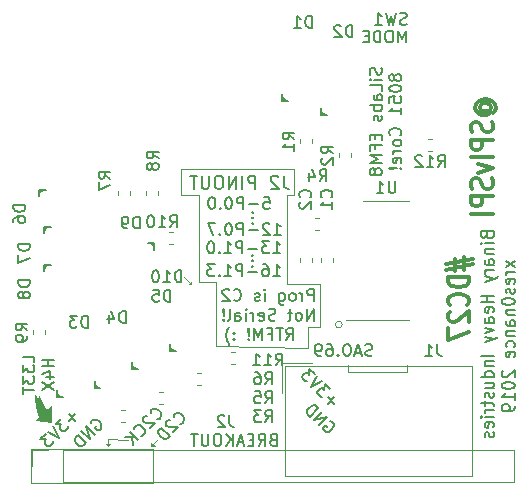
<source format=gbo>
G04 #@! TF.GenerationSoftware,KiCad,Pcbnew,(5.1.2)-1*
G04 #@! TF.CreationDate,2019-07-09T23:17:51-04:00*
G04 #@! TF.ProjectId,SPIvSPI_SAO_White,53504976-5350-4495-9f53-414f5f576869,0*
G04 #@! TF.SameCoordinates,PX90f5600PY584f6c0*
G04 #@! TF.FileFunction,Legend,Bot*
G04 #@! TF.FilePolarity,Positive*
%FSLAX46Y46*%
G04 Gerber Fmt 4.6, Leading zero omitted, Abs format (unit mm)*
G04 Created by KiCad (PCBNEW (5.1.2)-1) date 2019-07-09 23:17:51*
%MOMM*%
%LPD*%
G04 APERTURE LIST*
%ADD10C,0.120000*%
%ADD11C,0.150000*%
%ADD12C,0.160000*%
%ADD13C,0.300000*%
%ADD14C,0.100000*%
%ADD15C,0.200000*%
G04 APERTURE END LIST*
D10*
X6400000Y-9200000D02*
X6400000Y-8600000D01*
X11400000Y-9200000D02*
X6400000Y-9200000D01*
X11400000Y-8600000D02*
X11400000Y-9200000D01*
D11*
X4892301Y-13385194D02*
X4993316Y-13418866D01*
X5094331Y-13519881D01*
X5161675Y-13654568D01*
X5161675Y-13789255D01*
X5128003Y-13890270D01*
X5026988Y-14058629D01*
X4925973Y-14159644D01*
X4757614Y-14260660D01*
X4656599Y-14294331D01*
X4521912Y-14294331D01*
X4387225Y-14226988D01*
X4319881Y-14159644D01*
X4252538Y-14024957D01*
X4252538Y-13957614D01*
X4488240Y-13721912D01*
X4622927Y-13856599D01*
X3882148Y-13721912D02*
X4589255Y-13014805D01*
X3478087Y-13317851D01*
X4185194Y-12610744D01*
X3141370Y-12981133D02*
X3848477Y-12274026D01*
X3680118Y-12105668D01*
X3545431Y-12038324D01*
X3410744Y-12038324D01*
X3309729Y-12071996D01*
X3141370Y-12173011D01*
X3040355Y-12274026D01*
X2939339Y-12442385D01*
X2905668Y-12543400D01*
X2905668Y-12678087D01*
X2973011Y-12812774D01*
X3141370Y-12981133D01*
X5195347Y-11896362D02*
X4656599Y-11357614D01*
X4656599Y-11896362D02*
X5195347Y-11357614D01*
X4824957Y-10650507D02*
X4387225Y-10212774D01*
X4353553Y-10717851D01*
X4252538Y-10616835D01*
X4151522Y-10583164D01*
X4084179Y-10583164D01*
X3983164Y-10616835D01*
X3814805Y-10785194D01*
X3781133Y-10886209D01*
X3781133Y-10953553D01*
X3814805Y-11054568D01*
X4016835Y-11256599D01*
X4117851Y-11290270D01*
X4185194Y-11290270D01*
X4185194Y-10010744D02*
X3242385Y-10482148D01*
X3713790Y-9539339D01*
X3545431Y-9370981D02*
X3107698Y-8933248D01*
X3074026Y-9438324D01*
X2973011Y-9337309D01*
X2871996Y-9303637D01*
X2804652Y-9303637D01*
X2703637Y-9337309D01*
X2535278Y-9505668D01*
X2501607Y-9606683D01*
X2501607Y-9674026D01*
X2535278Y-9775042D01*
X2737309Y-9977072D01*
X2838324Y-10010744D01*
X2905668Y-10010744D01*
D10*
X5882843Y-5200000D02*
G75*
G03X5882843Y-5200000I-282843J0D01*
G01*
X-6200000Y-1600000D02*
X-6200000Y-1200000D01*
X-4800000Y-1600000D02*
X-6200000Y-1600000D01*
X-4800000Y-7000000D02*
X-4800000Y-1600000D01*
X3000000Y-7200000D02*
X-4800000Y-7000000D01*
X3000000Y-5400000D02*
X3000000Y-7200000D01*
X4000000Y-5400000D02*
X3000000Y-5400000D01*
X4000000Y-1800000D02*
X4000000Y-5400000D01*
X1200000Y-1800000D02*
X4000000Y-1800000D01*
X1200000Y5800000D02*
X1200000Y-1800000D01*
X1800000Y5800000D02*
X1200000Y5800000D01*
X1800000Y8000000D02*
X1800000Y5800000D01*
X-6200000Y5800000D02*
X-6200000Y-1200000D01*
X-7800000Y5800000D02*
X-6200000Y5800000D01*
X-7800000Y8000000D02*
X-7800000Y5800000D01*
X1800000Y8000000D02*
X-7800000Y8000000D01*
D11*
X3507142Y-3202380D02*
X3507142Y-2202380D01*
X3126190Y-2202380D01*
X3030952Y-2250000D01*
X2983333Y-2297619D01*
X2935714Y-2392857D01*
X2935714Y-2535714D01*
X2983333Y-2630952D01*
X3030952Y-2678571D01*
X3126190Y-2726190D01*
X3507142Y-2726190D01*
X2507142Y-3202380D02*
X2507142Y-2535714D01*
X2507142Y-2726190D02*
X2459523Y-2630952D01*
X2411904Y-2583333D01*
X2316666Y-2535714D01*
X2221428Y-2535714D01*
X1745238Y-3202380D02*
X1840476Y-3154761D01*
X1888095Y-3107142D01*
X1935714Y-3011904D01*
X1935714Y-2726190D01*
X1888095Y-2630952D01*
X1840476Y-2583333D01*
X1745238Y-2535714D01*
X1602380Y-2535714D01*
X1507142Y-2583333D01*
X1459523Y-2630952D01*
X1411904Y-2726190D01*
X1411904Y-3011904D01*
X1459523Y-3107142D01*
X1507142Y-3154761D01*
X1602380Y-3202380D01*
X1745238Y-3202380D01*
X554761Y-2535714D02*
X554761Y-3345238D01*
X602380Y-3440476D01*
X650000Y-3488095D01*
X745238Y-3535714D01*
X888095Y-3535714D01*
X983333Y-3488095D01*
X554761Y-3154761D02*
X650000Y-3202380D01*
X840476Y-3202380D01*
X935714Y-3154761D01*
X983333Y-3107142D01*
X1030952Y-3011904D01*
X1030952Y-2726190D01*
X983333Y-2630952D01*
X935714Y-2583333D01*
X840476Y-2535714D01*
X650000Y-2535714D01*
X554761Y-2583333D01*
X-683334Y-3202380D02*
X-683334Y-2535714D01*
X-683334Y-2202380D02*
X-635715Y-2250000D01*
X-683334Y-2297619D01*
X-730953Y-2250000D01*
X-683334Y-2202380D01*
X-683334Y-2297619D01*
X-1111905Y-3154761D02*
X-1207143Y-3202380D01*
X-1397620Y-3202380D01*
X-1492858Y-3154761D01*
X-1540477Y-3059523D01*
X-1540477Y-3011904D01*
X-1492858Y-2916666D01*
X-1397620Y-2869047D01*
X-1254762Y-2869047D01*
X-1159524Y-2821428D01*
X-1111905Y-2726190D01*
X-1111905Y-2678571D01*
X-1159524Y-2583333D01*
X-1254762Y-2535714D01*
X-1397620Y-2535714D01*
X-1492858Y-2583333D01*
X-3302381Y-3107142D02*
X-3254762Y-3154761D01*
X-3111905Y-3202380D01*
X-3016667Y-3202380D01*
X-2873810Y-3154761D01*
X-2778572Y-3059523D01*
X-2730953Y-2964285D01*
X-2683334Y-2773809D01*
X-2683334Y-2630952D01*
X-2730953Y-2440476D01*
X-2778572Y-2345238D01*
X-2873810Y-2250000D01*
X-3016667Y-2202380D01*
X-3111905Y-2202380D01*
X-3254762Y-2250000D01*
X-3302381Y-2297619D01*
X-3683334Y-2297619D02*
X-3730953Y-2250000D01*
X-3826191Y-2202380D01*
X-4064286Y-2202380D01*
X-4159524Y-2250000D01*
X-4207143Y-2297619D01*
X-4254762Y-2392857D01*
X-4254762Y-2488095D01*
X-4207143Y-2630952D01*
X-3635715Y-3202380D01*
X-4254762Y-3202380D01*
X3459523Y-4852380D02*
X3459523Y-3852380D01*
X2888095Y-4852380D01*
X2888095Y-3852380D01*
X2269047Y-4852380D02*
X2364285Y-4804761D01*
X2411904Y-4757142D01*
X2459523Y-4661904D01*
X2459523Y-4376190D01*
X2411904Y-4280952D01*
X2364285Y-4233333D01*
X2269047Y-4185714D01*
X2126190Y-4185714D01*
X2030952Y-4233333D01*
X1983333Y-4280952D01*
X1935714Y-4376190D01*
X1935714Y-4661904D01*
X1983333Y-4757142D01*
X2030952Y-4804761D01*
X2126190Y-4852380D01*
X2269047Y-4852380D01*
X1650000Y-4185714D02*
X1269047Y-4185714D01*
X1507142Y-3852380D02*
X1507142Y-4709523D01*
X1459523Y-4804761D01*
X1364285Y-4852380D01*
X1269047Y-4852380D01*
X221428Y-4804761D02*
X78571Y-4852380D01*
X-159524Y-4852380D01*
X-254762Y-4804761D01*
X-302381Y-4757142D01*
X-350000Y-4661904D01*
X-350000Y-4566666D01*
X-302381Y-4471428D01*
X-254762Y-4423809D01*
X-159524Y-4376190D01*
X30952Y-4328571D01*
X126190Y-4280952D01*
X173809Y-4233333D01*
X221428Y-4138095D01*
X221428Y-4042857D01*
X173809Y-3947619D01*
X126190Y-3900000D01*
X30952Y-3852380D01*
X-207143Y-3852380D01*
X-350000Y-3900000D01*
X-1159524Y-4804761D02*
X-1064286Y-4852380D01*
X-873810Y-4852380D01*
X-778572Y-4804761D01*
X-730953Y-4709523D01*
X-730953Y-4328571D01*
X-778572Y-4233333D01*
X-873810Y-4185714D01*
X-1064286Y-4185714D01*
X-1159524Y-4233333D01*
X-1207143Y-4328571D01*
X-1207143Y-4423809D01*
X-730953Y-4519047D01*
X-1635715Y-4852380D02*
X-1635715Y-4185714D01*
X-1635715Y-4376190D02*
X-1683334Y-4280952D01*
X-1730953Y-4233333D01*
X-1826191Y-4185714D01*
X-1921429Y-4185714D01*
X-2254762Y-4852380D02*
X-2254762Y-4185714D01*
X-2254762Y-3852380D02*
X-2207143Y-3900000D01*
X-2254762Y-3947619D01*
X-2302381Y-3900000D01*
X-2254762Y-3852380D01*
X-2254762Y-3947619D01*
X-3159524Y-4852380D02*
X-3159524Y-4328571D01*
X-3111905Y-4233333D01*
X-3016667Y-4185714D01*
X-2826191Y-4185714D01*
X-2730953Y-4233333D01*
X-3159524Y-4804761D02*
X-3064286Y-4852380D01*
X-2826191Y-4852380D01*
X-2730953Y-4804761D01*
X-2683334Y-4709523D01*
X-2683334Y-4614285D01*
X-2730953Y-4519047D01*
X-2826191Y-4471428D01*
X-3064286Y-4471428D01*
X-3159524Y-4423809D01*
X-3778572Y-4852380D02*
X-3683334Y-4804761D01*
X-3635715Y-4709523D01*
X-3635715Y-3852380D01*
X-4159524Y-4757142D02*
X-4207143Y-4804761D01*
X-4159524Y-4852380D01*
X-4111905Y-4804761D01*
X-4159524Y-4757142D01*
X-4159524Y-4852380D01*
X-4159524Y-4471428D02*
X-4111905Y-3900000D01*
X-4159524Y-3852380D01*
X-4207143Y-3900000D01*
X-4159524Y-4471428D01*
X-4159524Y-3852380D01*
X1150000Y-6502380D02*
X1483333Y-6026190D01*
X1721428Y-6502380D02*
X1721428Y-5502380D01*
X1340476Y-5502380D01*
X1245238Y-5550000D01*
X1197619Y-5597619D01*
X1150000Y-5692857D01*
X1150000Y-5835714D01*
X1197619Y-5930952D01*
X1245238Y-5978571D01*
X1340476Y-6026190D01*
X1721428Y-6026190D01*
X864285Y-5502380D02*
X292857Y-5502380D01*
X578571Y-6502380D02*
X578571Y-5502380D01*
X-373810Y-5978571D02*
X-40477Y-5978571D01*
X-40477Y-6502380D02*
X-40477Y-5502380D01*
X-516667Y-5502380D01*
X-897620Y-6502380D02*
X-897620Y-5502380D01*
X-1230953Y-6216666D01*
X-1564286Y-5502380D01*
X-1564286Y-6502380D01*
X-2040477Y-6407142D02*
X-2088096Y-6454761D01*
X-2040477Y-6502380D01*
X-1992858Y-6454761D01*
X-2040477Y-6407142D01*
X-2040477Y-6502380D01*
X-2040477Y-6121428D02*
X-1992858Y-5550000D01*
X-2040477Y-5502380D01*
X-2088096Y-5550000D01*
X-2040477Y-6121428D01*
X-2040477Y-5502380D01*
X-3278572Y-6407142D02*
X-3326191Y-6454761D01*
X-3278572Y-6502380D01*
X-3230953Y-6454761D01*
X-3278572Y-6407142D01*
X-3278572Y-6502380D01*
X-3278572Y-5883333D02*
X-3326191Y-5930952D01*
X-3278572Y-5978571D01*
X-3230953Y-5930952D01*
X-3278572Y-5883333D01*
X-3278572Y-5978571D01*
X-3659524Y-6883333D02*
X-3707143Y-6835714D01*
X-3802381Y-6692857D01*
X-3850000Y-6597619D01*
X-3897620Y-6454761D01*
X-3945239Y-6216666D01*
X-3945239Y-6026190D01*
X-3897620Y-5788095D01*
X-3850000Y-5645238D01*
X-3802381Y-5550000D01*
X-3707143Y-5407142D01*
X-3659524Y-5359523D01*
D10*
X-7100000Y-1800000D02*
X-6900000Y-1800000D01*
X-6900000Y-1600000D02*
X-7100000Y-1800000D01*
X-6900000Y-1800000D02*
X-6900000Y-1600000D01*
X-7500000Y-1200000D02*
X-6900000Y-1800000D01*
D12*
X20497619Y180953D02*
X19764285Y-342857D01*
X19764285Y180953D02*
X20497619Y-342857D01*
X20497619Y-723809D02*
X19764285Y-723809D01*
X19973809Y-723809D02*
X19869047Y-771428D01*
X19816666Y-819047D01*
X19764285Y-914285D01*
X19764285Y-1009523D01*
X20445238Y-1723809D02*
X20497619Y-1628571D01*
X20497619Y-1438095D01*
X20445238Y-1342857D01*
X20340476Y-1295238D01*
X19921428Y-1295238D01*
X19816666Y-1342857D01*
X19764285Y-1438095D01*
X19764285Y-1628571D01*
X19816666Y-1723809D01*
X19921428Y-1771428D01*
X20026190Y-1771428D01*
X20130952Y-1295238D01*
X20445238Y-2152380D02*
X20497619Y-2247619D01*
X20497619Y-2438095D01*
X20445238Y-2533333D01*
X20340476Y-2580952D01*
X20288095Y-2580952D01*
X20183333Y-2533333D01*
X20130952Y-2438095D01*
X20130952Y-2295238D01*
X20078571Y-2200000D01*
X19973809Y-2152380D01*
X19921428Y-2152380D01*
X19816666Y-2200000D01*
X19764285Y-2295238D01*
X19764285Y-2438095D01*
X19816666Y-2533333D01*
X19397619Y-3200000D02*
X19397619Y-3295238D01*
X19450000Y-3390476D01*
X19502380Y-3438095D01*
X19607142Y-3485714D01*
X19816666Y-3533333D01*
X20078571Y-3533333D01*
X20288095Y-3485714D01*
X20392857Y-3438095D01*
X20445238Y-3390476D01*
X20497619Y-3295238D01*
X20497619Y-3200000D01*
X20445238Y-3104761D01*
X20392857Y-3057142D01*
X20288095Y-3009523D01*
X20078571Y-2961904D01*
X19816666Y-2961904D01*
X19607142Y-3009523D01*
X19502380Y-3057142D01*
X19450000Y-3104761D01*
X19397619Y-3200000D01*
X19764285Y-3961904D02*
X20497619Y-3961904D01*
X19869047Y-3961904D02*
X19816666Y-4009523D01*
X19764285Y-4104761D01*
X19764285Y-4247619D01*
X19816666Y-4342857D01*
X19921428Y-4390476D01*
X20497619Y-4390476D01*
X20497619Y-5295238D02*
X19921428Y-5295238D01*
X19816666Y-5247619D01*
X19764285Y-5152380D01*
X19764285Y-4961904D01*
X19816666Y-4866666D01*
X20445238Y-5295238D02*
X20497619Y-5200000D01*
X20497619Y-4961904D01*
X20445238Y-4866666D01*
X20340476Y-4819047D01*
X20235714Y-4819047D01*
X20130952Y-4866666D01*
X20078571Y-4961904D01*
X20078571Y-5200000D01*
X20026190Y-5295238D01*
X19764285Y-5771428D02*
X20497619Y-5771428D01*
X19869047Y-5771428D02*
X19816666Y-5819047D01*
X19764285Y-5914285D01*
X19764285Y-6057142D01*
X19816666Y-6152380D01*
X19921428Y-6200000D01*
X20497619Y-6200000D01*
X20445238Y-7104761D02*
X20497619Y-7009523D01*
X20497619Y-6819047D01*
X20445238Y-6723809D01*
X20392857Y-6676190D01*
X20288095Y-6628571D01*
X19973809Y-6628571D01*
X19869047Y-6676190D01*
X19816666Y-6723809D01*
X19764285Y-6819047D01*
X19764285Y-7009523D01*
X19816666Y-7104761D01*
X20445238Y-7914285D02*
X20497619Y-7819047D01*
X20497619Y-7628571D01*
X20445238Y-7533333D01*
X20340476Y-7485714D01*
X19921428Y-7485714D01*
X19816666Y-7533333D01*
X19764285Y-7628571D01*
X19764285Y-7819047D01*
X19816666Y-7914285D01*
X19921428Y-7961904D01*
X20026190Y-7961904D01*
X20130952Y-7485714D01*
X19502380Y-9104761D02*
X19450000Y-9152380D01*
X19397619Y-9247619D01*
X19397619Y-9485714D01*
X19450000Y-9580952D01*
X19502380Y-9628571D01*
X19607142Y-9676190D01*
X19711904Y-9676190D01*
X19869047Y-9628571D01*
X20497619Y-9057142D01*
X20497619Y-9676190D01*
X19397619Y-10295238D02*
X19397619Y-10390476D01*
X19450000Y-10485714D01*
X19502380Y-10533333D01*
X19607142Y-10580952D01*
X19816666Y-10628571D01*
X20078571Y-10628571D01*
X20288095Y-10580952D01*
X20392857Y-10533333D01*
X20445238Y-10485714D01*
X20497619Y-10390476D01*
X20497619Y-10295238D01*
X20445238Y-10200000D01*
X20392857Y-10152380D01*
X20288095Y-10104761D01*
X20078571Y-10057142D01*
X19816666Y-10057142D01*
X19607142Y-10104761D01*
X19502380Y-10152380D01*
X19450000Y-10200000D01*
X19397619Y-10295238D01*
X20497619Y-11580952D02*
X20497619Y-11009523D01*
X20497619Y-11295238D02*
X19397619Y-11295238D01*
X19554761Y-11200000D01*
X19659523Y-11104761D01*
X19711904Y-11009523D01*
X20497619Y-12057142D02*
X20497619Y-12247619D01*
X20445238Y-12342857D01*
X20392857Y-12390476D01*
X20235714Y-12485714D01*
X20026190Y-12533333D01*
X19607142Y-12533333D01*
X19502380Y-12485714D01*
X19450000Y-12438095D01*
X19397619Y-12342857D01*
X19397619Y-12152380D01*
X19450000Y-12057142D01*
X19502380Y-12009523D01*
X19607142Y-11961904D01*
X19869047Y-11961904D01*
X19973809Y-12009523D01*
X20026190Y-12057142D01*
X20078571Y-12152380D01*
X20078571Y-12342857D01*
X20026190Y-12438095D01*
X19973809Y-12485714D01*
X19869047Y-12533333D01*
D11*
X9179761Y16547620D02*
X9227380Y16404762D01*
X9227380Y16166667D01*
X9179761Y16071429D01*
X9132142Y16023810D01*
X9036904Y15976191D01*
X8941666Y15976191D01*
X8846428Y16023810D01*
X8798809Y16071429D01*
X8751190Y16166667D01*
X8703571Y16357143D01*
X8655952Y16452381D01*
X8608333Y16500000D01*
X8513095Y16547620D01*
X8417857Y16547620D01*
X8322619Y16500000D01*
X8275000Y16452381D01*
X8227380Y16357143D01*
X8227380Y16119048D01*
X8275000Y15976191D01*
X9227380Y15547620D02*
X8560714Y15547620D01*
X8227380Y15547620D02*
X8275000Y15595239D01*
X8322619Y15547620D01*
X8275000Y15500000D01*
X8227380Y15547620D01*
X8322619Y15547620D01*
X9227380Y14595239D02*
X9227380Y15071429D01*
X8227380Y15071429D01*
X9227380Y13833334D02*
X8703571Y13833334D01*
X8608333Y13880953D01*
X8560714Y13976191D01*
X8560714Y14166667D01*
X8608333Y14261905D01*
X9179761Y13833334D02*
X9227380Y13928572D01*
X9227380Y14166667D01*
X9179761Y14261905D01*
X9084523Y14309524D01*
X8989285Y14309524D01*
X8894047Y14261905D01*
X8846428Y14166667D01*
X8846428Y13928572D01*
X8798809Y13833334D01*
X9227380Y13357143D02*
X8227380Y13357143D01*
X8608333Y13357143D02*
X8560714Y13261905D01*
X8560714Y13071429D01*
X8608333Y12976191D01*
X8655952Y12928572D01*
X8751190Y12880953D01*
X9036904Y12880953D01*
X9132142Y12928572D01*
X9179761Y12976191D01*
X9227380Y13071429D01*
X9227380Y13261905D01*
X9179761Y13357143D01*
X9179761Y12500000D02*
X9227380Y12404762D01*
X9227380Y12214286D01*
X9179761Y12119048D01*
X9084523Y12071429D01*
X9036904Y12071429D01*
X8941666Y12119048D01*
X8894047Y12214286D01*
X8894047Y12357143D01*
X8846428Y12452381D01*
X8751190Y12500000D01*
X8703571Y12500000D01*
X8608333Y12452381D01*
X8560714Y12357143D01*
X8560714Y12214286D01*
X8608333Y12119048D01*
X8703571Y10880953D02*
X8703571Y10547620D01*
X9227380Y10404762D02*
X9227380Y10880953D01*
X8227380Y10880953D01*
X8227380Y10404762D01*
X8703571Y9642858D02*
X8703571Y9976191D01*
X9227380Y9976191D02*
X8227380Y9976191D01*
X8227380Y9500000D01*
X9227380Y9119048D02*
X8227380Y9119048D01*
X8941666Y8785715D01*
X8227380Y8452381D01*
X9227380Y8452381D01*
X8655952Y7833334D02*
X8608333Y7928572D01*
X8560714Y7976191D01*
X8465476Y8023810D01*
X8417857Y8023810D01*
X8322619Y7976191D01*
X8275000Y7928572D01*
X8227380Y7833334D01*
X8227380Y7642858D01*
X8275000Y7547620D01*
X8322619Y7500000D01*
X8417857Y7452381D01*
X8465476Y7452381D01*
X8560714Y7500000D01*
X8608333Y7547620D01*
X8655952Y7642858D01*
X8655952Y7833334D01*
X8703571Y7928572D01*
X8751190Y7976191D01*
X8846428Y8023810D01*
X9036904Y8023810D01*
X9132142Y7976191D01*
X9179761Y7928572D01*
X9227380Y7833334D01*
X9227380Y7642858D01*
X9179761Y7547620D01*
X9132142Y7500000D01*
X9036904Y7452381D01*
X8846428Y7452381D01*
X8751190Y7500000D01*
X8703571Y7547620D01*
X8655952Y7642858D01*
X10305952Y15833334D02*
X10258333Y15928572D01*
X10210714Y15976191D01*
X10115476Y16023810D01*
X10067857Y16023810D01*
X9972619Y15976191D01*
X9925000Y15928572D01*
X9877380Y15833334D01*
X9877380Y15642858D01*
X9925000Y15547620D01*
X9972619Y15500000D01*
X10067857Y15452381D01*
X10115476Y15452381D01*
X10210714Y15500000D01*
X10258333Y15547620D01*
X10305952Y15642858D01*
X10305952Y15833334D01*
X10353571Y15928572D01*
X10401190Y15976191D01*
X10496428Y16023810D01*
X10686904Y16023810D01*
X10782142Y15976191D01*
X10829761Y15928572D01*
X10877380Y15833334D01*
X10877380Y15642858D01*
X10829761Y15547620D01*
X10782142Y15500000D01*
X10686904Y15452381D01*
X10496428Y15452381D01*
X10401190Y15500000D01*
X10353571Y15547620D01*
X10305952Y15642858D01*
X9877380Y14833334D02*
X9877380Y14738096D01*
X9925000Y14642858D01*
X9972619Y14595239D01*
X10067857Y14547620D01*
X10258333Y14500000D01*
X10496428Y14500000D01*
X10686904Y14547620D01*
X10782142Y14595239D01*
X10829761Y14642858D01*
X10877380Y14738096D01*
X10877380Y14833334D01*
X10829761Y14928572D01*
X10782142Y14976191D01*
X10686904Y15023810D01*
X10496428Y15071429D01*
X10258333Y15071429D01*
X10067857Y15023810D01*
X9972619Y14976191D01*
X9925000Y14928572D01*
X9877380Y14833334D01*
X9877380Y13595239D02*
X9877380Y14071429D01*
X10353571Y14119048D01*
X10305952Y14071429D01*
X10258333Y13976191D01*
X10258333Y13738096D01*
X10305952Y13642858D01*
X10353571Y13595239D01*
X10448809Y13547620D01*
X10686904Y13547620D01*
X10782142Y13595239D01*
X10829761Y13642858D01*
X10877380Y13738096D01*
X10877380Y13976191D01*
X10829761Y14071429D01*
X10782142Y14119048D01*
X10877380Y12595239D02*
X10877380Y13166667D01*
X10877380Y12880953D02*
X9877380Y12880953D01*
X10020238Y12976191D01*
X10115476Y13071429D01*
X10163095Y13166667D01*
X10782142Y10833334D02*
X10829761Y10880953D01*
X10877380Y11023810D01*
X10877380Y11119048D01*
X10829761Y11261905D01*
X10734523Y11357143D01*
X10639285Y11404762D01*
X10448809Y11452381D01*
X10305952Y11452381D01*
X10115476Y11404762D01*
X10020238Y11357143D01*
X9925000Y11261905D01*
X9877380Y11119048D01*
X9877380Y11023810D01*
X9925000Y10880953D01*
X9972619Y10833334D01*
X10877380Y10261905D02*
X10829761Y10357143D01*
X10782142Y10404762D01*
X10686904Y10452381D01*
X10401190Y10452381D01*
X10305952Y10404762D01*
X10258333Y10357143D01*
X10210714Y10261905D01*
X10210714Y10119048D01*
X10258333Y10023810D01*
X10305952Y9976191D01*
X10401190Y9928572D01*
X10686904Y9928572D01*
X10782142Y9976191D01*
X10829761Y10023810D01*
X10877380Y10119048D01*
X10877380Y10261905D01*
X10877380Y9500000D02*
X10210714Y9500000D01*
X10401190Y9500000D02*
X10305952Y9452381D01*
X10258333Y9404762D01*
X10210714Y9309524D01*
X10210714Y9214286D01*
X10829761Y8500000D02*
X10877380Y8595239D01*
X10877380Y8785715D01*
X10829761Y8880953D01*
X10734523Y8928572D01*
X10353571Y8928572D01*
X10258333Y8880953D01*
X10210714Y8785715D01*
X10210714Y8595239D01*
X10258333Y8500000D01*
X10353571Y8452381D01*
X10448809Y8452381D01*
X10544047Y8928572D01*
X10782142Y8023810D02*
X10829761Y7976191D01*
X10877380Y8023810D01*
X10829761Y8071429D01*
X10782142Y8023810D01*
X10877380Y8023810D01*
X10496428Y8023810D02*
X9925000Y8071429D01*
X9877380Y8023810D01*
X9925000Y7976191D01*
X10496428Y8023810D01*
X9877380Y8023810D01*
D13*
X15414285Y392858D02*
X15414285Y-678571D01*
X14642857Y-35714D02*
X16957142Y392858D01*
X16185714Y-535714D02*
X16185714Y535715D01*
X16957142Y-107142D02*
X14642857Y-535714D01*
X16614285Y-1178571D02*
X14814285Y-1178571D01*
X14814285Y-1535714D01*
X14900000Y-1750000D01*
X15071428Y-1892857D01*
X15242857Y-1964285D01*
X15585714Y-2035714D01*
X15842857Y-2035714D01*
X16185714Y-1964285D01*
X16357142Y-1892857D01*
X16528571Y-1750000D01*
X16614285Y-1535714D01*
X16614285Y-1178571D01*
X16442857Y-3535714D02*
X16528571Y-3464285D01*
X16614285Y-3250000D01*
X16614285Y-3107142D01*
X16528571Y-2892857D01*
X16357142Y-2750000D01*
X16185714Y-2678571D01*
X15842857Y-2607142D01*
X15585714Y-2607142D01*
X15242857Y-2678571D01*
X15071428Y-2750000D01*
X14900000Y-2892857D01*
X14814285Y-3107142D01*
X14814285Y-3250000D01*
X14900000Y-3464285D01*
X14985714Y-3535714D01*
X14985714Y-4107142D02*
X14900000Y-4178571D01*
X14814285Y-4321428D01*
X14814285Y-4678571D01*
X14900000Y-4821428D01*
X14985714Y-4892857D01*
X15157142Y-4964285D01*
X15328571Y-4964285D01*
X15585714Y-4892857D01*
X16614285Y-4035714D01*
X16614285Y-4964285D01*
X14814285Y-5464285D02*
X14814285Y-6464285D01*
X16614285Y-5821428D01*
X17757142Y12892858D02*
X17671428Y12964286D01*
X17585714Y13107143D01*
X17585714Y13250000D01*
X17671428Y13392858D01*
X17757142Y13464286D01*
X17928571Y13535715D01*
X18100000Y13535715D01*
X18271428Y13464286D01*
X18357142Y13392858D01*
X18442857Y13250000D01*
X18442857Y13107143D01*
X18357142Y12964286D01*
X18271428Y12892858D01*
X17585714Y12892858D02*
X18271428Y12892858D01*
X18357142Y12821429D01*
X18357142Y12750000D01*
X18271428Y12607143D01*
X18100000Y12535715D01*
X17671428Y12535715D01*
X17414285Y12678572D01*
X17242857Y12892858D01*
X17157142Y13178572D01*
X17242857Y13464286D01*
X17414285Y13678572D01*
X17671428Y13821429D01*
X18014285Y13892858D01*
X18357142Y13821429D01*
X18614285Y13678572D01*
X18785714Y13464286D01*
X18871428Y13178572D01*
X18785714Y12892858D01*
X18614285Y12678572D01*
X18528571Y11964286D02*
X18614285Y11750000D01*
X18614285Y11392858D01*
X18528571Y11250000D01*
X18442857Y11178572D01*
X18271428Y11107143D01*
X18100000Y11107143D01*
X17928571Y11178572D01*
X17842857Y11250000D01*
X17757142Y11392858D01*
X17671428Y11678572D01*
X17585714Y11821429D01*
X17500000Y11892858D01*
X17328571Y11964286D01*
X17157142Y11964286D01*
X16985714Y11892858D01*
X16900000Y11821429D01*
X16814285Y11678572D01*
X16814285Y11321429D01*
X16900000Y11107143D01*
X18614285Y10464286D02*
X16814285Y10464286D01*
X16814285Y9892858D01*
X16900000Y9750000D01*
X16985714Y9678572D01*
X17157142Y9607143D01*
X17414285Y9607143D01*
X17585714Y9678572D01*
X17671428Y9750000D01*
X17757142Y9892858D01*
X17757142Y10464286D01*
X18614285Y8964286D02*
X16814285Y8964286D01*
X17414285Y8392858D02*
X18614285Y8035715D01*
X17414285Y7678572D01*
X18528571Y7178572D02*
X18614285Y6964286D01*
X18614285Y6607143D01*
X18528571Y6464286D01*
X18442857Y6392858D01*
X18271428Y6321429D01*
X18100000Y6321429D01*
X17928571Y6392858D01*
X17842857Y6464286D01*
X17757142Y6607143D01*
X17671428Y6892858D01*
X17585714Y7035715D01*
X17500000Y7107143D01*
X17328571Y7178572D01*
X17157142Y7178572D01*
X16985714Y7107143D01*
X16900000Y7035715D01*
X16814285Y6892858D01*
X16814285Y6535715D01*
X16900000Y6321429D01*
X18614285Y5678572D02*
X16814285Y5678572D01*
X16814285Y5107143D01*
X16900000Y4964286D01*
X16985714Y4892858D01*
X17157142Y4821429D01*
X17414285Y4821429D01*
X17585714Y4892858D01*
X17671428Y4964286D01*
X17757142Y5107143D01*
X17757142Y5678572D01*
X18614285Y4178572D02*
X16814285Y4178572D01*
D10*
X-10100000Y-18650000D02*
X-20500000Y-18650000D01*
X-20500000Y-15700000D02*
X-20500000Y-18650000D01*
X-10100000Y-15700000D02*
X-20500000Y-15700000D01*
X-10100000Y-18650000D02*
X-10100000Y-15700000D01*
D14*
G36*
X-19900000Y-11550000D02*
G01*
X-19750000Y-11250000D01*
X-19550000Y-11850000D01*
X-19250000Y-12300000D01*
X-19050000Y-12450000D01*
X-18750000Y-12100000D01*
X-18800000Y-13450000D01*
X-20050000Y-13300000D01*
X-19750000Y-13050000D01*
X-19950000Y-12550000D01*
X-20050000Y-12000000D01*
X-20100000Y-11550000D01*
X-20150000Y-11200000D01*
X-19900000Y-11550000D01*
G37*
X-19900000Y-11550000D02*
X-19750000Y-11250000D01*
X-19550000Y-11850000D01*
X-19250000Y-12300000D01*
X-19050000Y-12450000D01*
X-18750000Y-12100000D01*
X-18800000Y-13450000D01*
X-20050000Y-13300000D01*
X-19750000Y-13050000D01*
X-19950000Y-12550000D01*
X-20050000Y-12000000D01*
X-20100000Y-11550000D01*
X-20150000Y-11200000D01*
X-19900000Y-11550000D01*
D11*
X-20172620Y-8376190D02*
X-20172620Y-7900000D01*
X-21172620Y-7900000D01*
X-21172620Y-8614285D02*
X-21172620Y-9233333D01*
X-20791667Y-8900000D01*
X-20791667Y-9042857D01*
X-20744048Y-9138095D01*
X-20696429Y-9185714D01*
X-20601191Y-9233333D01*
X-20363096Y-9233333D01*
X-20267858Y-9185714D01*
X-20220239Y-9138095D01*
X-20172620Y-9042857D01*
X-20172620Y-8757142D01*
X-20220239Y-8661904D01*
X-20267858Y-8614285D01*
X-21172620Y-9566666D02*
X-21172620Y-10185714D01*
X-20791667Y-9852380D01*
X-20791667Y-9995238D01*
X-20744048Y-10090476D01*
X-20696429Y-10138095D01*
X-20601191Y-10185714D01*
X-20363096Y-10185714D01*
X-20267858Y-10138095D01*
X-20220239Y-10090476D01*
X-20172620Y-9995238D01*
X-20172620Y-9709523D01*
X-20220239Y-9614285D01*
X-20267858Y-9566666D01*
X-21172620Y-10471428D02*
X-21172620Y-11042857D01*
X-20172620Y-10757142D02*
X-21172620Y-10757142D01*
X-18522620Y-8161904D02*
X-19522620Y-8161904D01*
X-19046429Y-8161904D02*
X-19046429Y-8733333D01*
X-18522620Y-8733333D02*
X-19522620Y-8733333D01*
X-19189286Y-9638095D02*
X-18522620Y-9638095D01*
X-19570239Y-9400000D02*
X-18855953Y-9161904D01*
X-18855953Y-9780952D01*
X-19522620Y-10066666D02*
X-18522620Y-10733333D01*
X-19522620Y-10733333D02*
X-18522620Y-10066666D01*
D10*
X-10000000Y-15500000D02*
X-10300000Y-15500000D01*
X-10300000Y-15200000D02*
X-10000000Y-15500000D01*
X-10300000Y-15500000D02*
X-10300000Y-15200000D01*
X-9700000Y-14900000D02*
X-10300000Y-15500000D01*
X-14150000Y-15300000D02*
X-13950000Y-15500000D01*
X-13750000Y-15300000D02*
X-14150000Y-15300000D01*
X-13950000Y-15500000D02*
X-13750000Y-15300000D01*
X-13950000Y-14900000D02*
X-13950000Y-15500000D01*
X-12250000Y-15000000D02*
X-13950000Y-14900000D01*
D12*
X18121428Y2357143D02*
X18173809Y2214286D01*
X18226190Y2166667D01*
X18330952Y2119048D01*
X18488095Y2119048D01*
X18592857Y2166667D01*
X18645238Y2214286D01*
X18697619Y2309524D01*
X18697619Y2690477D01*
X17597619Y2690477D01*
X17597619Y2357143D01*
X17650000Y2261905D01*
X17702380Y2214286D01*
X17807142Y2166667D01*
X17911904Y2166667D01*
X18016666Y2214286D01*
X18069047Y2261905D01*
X18121428Y2357143D01*
X18121428Y2690477D01*
X18697619Y1690477D02*
X17964285Y1690477D01*
X17597619Y1690477D02*
X17650000Y1738096D01*
X17702380Y1690477D01*
X17650000Y1642858D01*
X17597619Y1690477D01*
X17702380Y1690477D01*
X17964285Y1214286D02*
X18697619Y1214286D01*
X18069047Y1214286D02*
X18016666Y1166667D01*
X17964285Y1071429D01*
X17964285Y928572D01*
X18016666Y833334D01*
X18121428Y785715D01*
X18697619Y785715D01*
X18697619Y-119047D02*
X18121428Y-119047D01*
X18016666Y-71428D01*
X17964285Y23810D01*
X17964285Y214286D01*
X18016666Y309524D01*
X18645238Y-119047D02*
X18697619Y-23809D01*
X18697619Y214286D01*
X18645238Y309524D01*
X18540476Y357143D01*
X18435714Y357143D01*
X18330952Y309524D01*
X18278571Y214286D01*
X18278571Y-23809D01*
X18226190Y-119047D01*
X18697619Y-595238D02*
X17964285Y-595238D01*
X18173809Y-595238D02*
X18069047Y-642857D01*
X18016666Y-690476D01*
X17964285Y-785714D01*
X17964285Y-880952D01*
X17964285Y-1119047D02*
X18697619Y-1357142D01*
X17964285Y-1595238D02*
X18697619Y-1357142D01*
X18959523Y-1261904D01*
X19011904Y-1214285D01*
X19064285Y-1119047D01*
X18697619Y-2738095D02*
X17597619Y-2738095D01*
X18121428Y-2738095D02*
X18121428Y-3309523D01*
X18697619Y-3309523D02*
X17597619Y-3309523D01*
X18645238Y-4166666D02*
X18697619Y-4071428D01*
X18697619Y-3880952D01*
X18645238Y-3785714D01*
X18540476Y-3738095D01*
X18121428Y-3738095D01*
X18016666Y-3785714D01*
X17964285Y-3880952D01*
X17964285Y-4071428D01*
X18016666Y-4166666D01*
X18121428Y-4214285D01*
X18226190Y-4214285D01*
X18330952Y-3738095D01*
X18697619Y-5071428D02*
X18121428Y-5071428D01*
X18016666Y-5023809D01*
X17964285Y-4928571D01*
X17964285Y-4738095D01*
X18016666Y-4642857D01*
X18645238Y-5071428D02*
X18697619Y-4976190D01*
X18697619Y-4738095D01*
X18645238Y-4642857D01*
X18540476Y-4595238D01*
X18435714Y-4595238D01*
X18330952Y-4642857D01*
X18278571Y-4738095D01*
X18278571Y-4976190D01*
X18226190Y-5071428D01*
X17964285Y-5452380D02*
X18697619Y-5690476D01*
X17964285Y-5928571D01*
X17964285Y-6214285D02*
X18697619Y-6452380D01*
X17964285Y-6690476D02*
X18697619Y-6452380D01*
X18959523Y-6357142D01*
X19011904Y-6309523D01*
X19064285Y-6214285D01*
X18697619Y-7833333D02*
X17597619Y-7833333D01*
X17964285Y-8309523D02*
X18697619Y-8309523D01*
X18069047Y-8309523D02*
X18016666Y-8357142D01*
X17964285Y-8452380D01*
X17964285Y-8595238D01*
X18016666Y-8690476D01*
X18121428Y-8738095D01*
X18697619Y-8738095D01*
X18697619Y-9642857D02*
X17597619Y-9642857D01*
X18645238Y-9642857D02*
X18697619Y-9547619D01*
X18697619Y-9357142D01*
X18645238Y-9261904D01*
X18592857Y-9214285D01*
X18488095Y-9166666D01*
X18173809Y-9166666D01*
X18069047Y-9214285D01*
X18016666Y-9261904D01*
X17964285Y-9357142D01*
X17964285Y-9547619D01*
X18016666Y-9642857D01*
X17964285Y-10547619D02*
X18697619Y-10547619D01*
X17964285Y-10119047D02*
X18540476Y-10119047D01*
X18645238Y-10166666D01*
X18697619Y-10261904D01*
X18697619Y-10404761D01*
X18645238Y-10500000D01*
X18592857Y-10547619D01*
X18645238Y-10976190D02*
X18697619Y-11071428D01*
X18697619Y-11261904D01*
X18645238Y-11357142D01*
X18540476Y-11404761D01*
X18488095Y-11404761D01*
X18383333Y-11357142D01*
X18330952Y-11261904D01*
X18330952Y-11119047D01*
X18278571Y-11023809D01*
X18173809Y-10976190D01*
X18121428Y-10976190D01*
X18016666Y-11023809D01*
X17964285Y-11119047D01*
X17964285Y-11261904D01*
X18016666Y-11357142D01*
X17964285Y-11690476D02*
X17964285Y-12071428D01*
X17597619Y-11833333D02*
X18540476Y-11833333D01*
X18645238Y-11880952D01*
X18697619Y-11976190D01*
X18697619Y-12071428D01*
X18697619Y-12404761D02*
X17964285Y-12404761D01*
X18173809Y-12404761D02*
X18069047Y-12452380D01*
X18016666Y-12500000D01*
X17964285Y-12595238D01*
X17964285Y-12690476D01*
X18697619Y-13023809D02*
X17964285Y-13023809D01*
X17597619Y-13023809D02*
X17650000Y-12976190D01*
X17702380Y-13023809D01*
X17650000Y-13071428D01*
X17597619Y-13023809D01*
X17702380Y-13023809D01*
X18645238Y-13880952D02*
X18697619Y-13785714D01*
X18697619Y-13595238D01*
X18645238Y-13500000D01*
X18540476Y-13452380D01*
X18121428Y-13452380D01*
X18016666Y-13500000D01*
X17964285Y-13595238D01*
X17964285Y-13785714D01*
X18016666Y-13880952D01*
X18121428Y-13928571D01*
X18226190Y-13928571D01*
X18330952Y-13452380D01*
X18645238Y-14309523D02*
X18697619Y-14404761D01*
X18697619Y-14595238D01*
X18645238Y-14690476D01*
X18540476Y-14738095D01*
X18488095Y-14738095D01*
X18383333Y-14690476D01*
X18330952Y-14595238D01*
X18330952Y-14452380D01*
X18278571Y-14357142D01*
X18173809Y-14309523D01*
X18121428Y-14309523D01*
X18016666Y-14357142D01*
X17964285Y-14452380D01*
X17964285Y-14595238D01*
X18016666Y-14690476D01*
D15*
X945238Y7402381D02*
X945238Y6616667D01*
X997619Y6459524D01*
X1102380Y6354762D01*
X1259523Y6302381D01*
X1364285Y6302381D01*
X473809Y7297620D02*
X421428Y7350000D01*
X316666Y7402381D01*
X54761Y7402381D01*
X-50000Y7350000D01*
X-102381Y7297620D01*
X-154762Y7192858D01*
X-154762Y7088096D01*
X-102381Y6930953D01*
X526190Y6302381D01*
X-154762Y6302381D01*
X-1464286Y6302381D02*
X-1464286Y7402381D01*
X-1883334Y7402381D01*
X-1988096Y7350000D01*
X-2040477Y7297620D01*
X-2092858Y7192858D01*
X-2092858Y7035715D01*
X-2040477Y6930953D01*
X-1988096Y6878572D01*
X-1883334Y6826191D01*
X-1464286Y6826191D01*
X-2564286Y6302381D02*
X-2564286Y7402381D01*
X-3088096Y6302381D02*
X-3088096Y7402381D01*
X-3716667Y6302381D01*
X-3716667Y7402381D01*
X-4450000Y7402381D02*
X-4659524Y7402381D01*
X-4764286Y7350000D01*
X-4869048Y7245239D01*
X-4921429Y7035715D01*
X-4921429Y6669048D01*
X-4869048Y6459524D01*
X-4764286Y6354762D01*
X-4659524Y6302381D01*
X-4450000Y6302381D01*
X-4345239Y6354762D01*
X-4240477Y6459524D01*
X-4188096Y6669048D01*
X-4188096Y7035715D01*
X-4240477Y7245239D01*
X-4345239Y7350000D01*
X-4450000Y7402381D01*
X-5392858Y7402381D02*
X-5392858Y6511905D01*
X-5445239Y6407143D01*
X-5497620Y6354762D01*
X-5602381Y6302381D01*
X-5811905Y6302381D01*
X-5916667Y6354762D01*
X-5969048Y6407143D01*
X-6021429Y6511905D01*
X-6021429Y7402381D01*
X-6388096Y7402381D02*
X-7016667Y7402381D01*
X-6702381Y6302381D02*
X-6702381Y7402381D01*
D11*
X-1792858Y676191D02*
X-1745239Y628572D01*
X-1697620Y676191D01*
X-1745239Y723810D01*
X-1792858Y676191D01*
X-1697620Y676191D01*
X-1792858Y200000D02*
X-1745239Y152381D01*
X-1697620Y200000D01*
X-1745239Y247620D01*
X-1792858Y200000D01*
X-1697620Y200000D01*
X-1792858Y-276190D02*
X-1745239Y-323809D01*
X-1697620Y-276190D01*
X-1745239Y-228571D01*
X-1792858Y-276190D01*
X-1697620Y-276190D01*
X-1742858Y4326191D02*
X-1695239Y4278572D01*
X-1647620Y4326191D01*
X-1695239Y4373810D01*
X-1742858Y4326191D01*
X-1647620Y4326191D01*
X-1742858Y3850000D02*
X-1695239Y3802381D01*
X-1647620Y3850000D01*
X-1695239Y3897620D01*
X-1742858Y3850000D01*
X-1647620Y3850000D01*
X-1742858Y3373810D02*
X-1695239Y3326191D01*
X-1647620Y3373810D01*
X-1695239Y3421429D01*
X-1742858Y3373810D01*
X-1647620Y3373810D01*
X50000Y-1102380D02*
X621428Y-1102380D01*
X335714Y-1102380D02*
X335714Y-102380D01*
X430952Y-245238D01*
X526190Y-340476D01*
X621428Y-388095D01*
X-807143Y-102380D02*
X-616667Y-102380D01*
X-521429Y-150000D01*
X-473810Y-197619D01*
X-378572Y-340476D01*
X-330953Y-530952D01*
X-330953Y-911904D01*
X-378572Y-1007142D01*
X-426191Y-1054761D01*
X-521429Y-1102380D01*
X-711905Y-1102380D01*
X-807143Y-1054761D01*
X-854762Y-1007142D01*
X-902381Y-911904D01*
X-902381Y-673809D01*
X-854762Y-578571D01*
X-807143Y-530952D01*
X-711905Y-483333D01*
X-521429Y-483333D01*
X-426191Y-530952D01*
X-378572Y-578571D01*
X-330953Y-673809D01*
X-1330953Y-721428D02*
X-2092858Y-721428D01*
X-2569048Y-1102380D02*
X-2569048Y-102380D01*
X-2950000Y-102380D01*
X-3045239Y-150000D01*
X-3092858Y-197619D01*
X-3140477Y-292857D01*
X-3140477Y-435714D01*
X-3092858Y-530952D01*
X-3045239Y-578571D01*
X-2950000Y-626190D01*
X-2569048Y-626190D01*
X-4092858Y-1102380D02*
X-3521429Y-1102380D01*
X-3807143Y-1102380D02*
X-3807143Y-102380D01*
X-3711905Y-245238D01*
X-3616667Y-340476D01*
X-3521429Y-388095D01*
X-4521429Y-1007142D02*
X-4569048Y-1054761D01*
X-4521429Y-1102380D01*
X-4473810Y-1054761D01*
X-4521429Y-1007142D01*
X-4521429Y-1102380D01*
X-4902381Y-102380D02*
X-5521429Y-102380D01*
X-5188096Y-483333D01*
X-5330953Y-483333D01*
X-5426191Y-530952D01*
X-5473810Y-578571D01*
X-5521429Y-673809D01*
X-5521429Y-911904D01*
X-5473810Y-1007142D01*
X-5426191Y-1054761D01*
X-5330953Y-1102380D01*
X-5045239Y-1102380D01*
X-4950000Y-1054761D01*
X-4902381Y-1007142D01*
X50000Y847620D02*
X621428Y847620D01*
X335714Y847620D02*
X335714Y1847620D01*
X430952Y1704762D01*
X526190Y1609524D01*
X621428Y1561905D01*
X-283334Y1847620D02*
X-902381Y1847620D01*
X-569048Y1466667D01*
X-711905Y1466667D01*
X-807143Y1419048D01*
X-854762Y1371429D01*
X-902381Y1276191D01*
X-902381Y1038096D01*
X-854762Y942858D01*
X-807143Y895239D01*
X-711905Y847620D01*
X-426191Y847620D01*
X-330953Y895239D01*
X-283334Y942858D01*
X-1330953Y1228572D02*
X-2092858Y1228572D01*
X-2569048Y847620D02*
X-2569048Y1847620D01*
X-2950000Y1847620D01*
X-3045239Y1800000D01*
X-3092858Y1752381D01*
X-3140477Y1657143D01*
X-3140477Y1514286D01*
X-3092858Y1419048D01*
X-3045239Y1371429D01*
X-2950000Y1323810D01*
X-2569048Y1323810D01*
X-4092858Y847620D02*
X-3521429Y847620D01*
X-3807143Y847620D02*
X-3807143Y1847620D01*
X-3711905Y1704762D01*
X-3616667Y1609524D01*
X-3521429Y1561905D01*
X-4521429Y942858D02*
X-4569048Y895239D01*
X-4521429Y847620D01*
X-4473810Y895239D01*
X-4521429Y942858D01*
X-4521429Y847620D01*
X-5188096Y1847620D02*
X-5283334Y1847620D01*
X-5378572Y1800000D01*
X-5426191Y1752381D01*
X-5473810Y1657143D01*
X-5521429Y1466667D01*
X-5521429Y1228572D01*
X-5473810Y1038096D01*
X-5426191Y942858D01*
X-5378572Y895239D01*
X-5283334Y847620D01*
X-5188096Y847620D01*
X-5092858Y895239D01*
X-5045239Y942858D01*
X-4997620Y1038096D01*
X-4950000Y1228572D01*
X-4950000Y1466667D01*
X-4997620Y1657143D01*
X-5045239Y1752381D01*
X-5092858Y1800000D01*
X-5188096Y1847620D01*
X100000Y2397620D02*
X671428Y2397620D01*
X385714Y2397620D02*
X385714Y3397620D01*
X480952Y3254762D01*
X576190Y3159524D01*
X671428Y3111905D01*
X-280953Y3302381D02*
X-328572Y3350000D01*
X-423810Y3397620D01*
X-661905Y3397620D01*
X-757143Y3350000D01*
X-804762Y3302381D01*
X-852381Y3207143D01*
X-852381Y3111905D01*
X-804762Y2969048D01*
X-233334Y2397620D01*
X-852381Y2397620D01*
X-1280953Y2778572D02*
X-2042858Y2778572D01*
X-2519048Y2397620D02*
X-2519048Y3397620D01*
X-2900000Y3397620D01*
X-2995239Y3350000D01*
X-3042858Y3302381D01*
X-3090477Y3207143D01*
X-3090477Y3064286D01*
X-3042858Y2969048D01*
X-2995239Y2921429D01*
X-2900000Y2873810D01*
X-2519048Y2873810D01*
X-3709524Y3397620D02*
X-3804762Y3397620D01*
X-3900000Y3350000D01*
X-3947620Y3302381D01*
X-3995239Y3207143D01*
X-4042858Y3016667D01*
X-4042858Y2778572D01*
X-3995239Y2588096D01*
X-3947620Y2492858D01*
X-3900000Y2445239D01*
X-3804762Y2397620D01*
X-3709524Y2397620D01*
X-3614286Y2445239D01*
X-3566667Y2492858D01*
X-3519048Y2588096D01*
X-3471429Y2778572D01*
X-3471429Y3016667D01*
X-3519048Y3207143D01*
X-3566667Y3302381D01*
X-3614286Y3350000D01*
X-3709524Y3397620D01*
X-4471429Y2492858D02*
X-4519048Y2445239D01*
X-4471429Y2397620D01*
X-4423810Y2445239D01*
X-4471429Y2492858D01*
X-4471429Y2397620D01*
X-4852381Y3397620D02*
X-5519048Y3397620D01*
X-5090477Y2397620D01*
X-778572Y5597620D02*
X-302381Y5597620D01*
X-254762Y5121429D01*
X-302381Y5169048D01*
X-397620Y5216667D01*
X-635715Y5216667D01*
X-730953Y5169048D01*
X-778572Y5121429D01*
X-826191Y5026191D01*
X-826191Y4788096D01*
X-778572Y4692858D01*
X-730953Y4645239D01*
X-635715Y4597620D01*
X-397620Y4597620D01*
X-302381Y4645239D01*
X-254762Y4692858D01*
X-1254762Y4978572D02*
X-2016667Y4978572D01*
X-2492858Y4597620D02*
X-2492858Y5597620D01*
X-2873810Y5597620D01*
X-2969048Y5550000D01*
X-3016667Y5502381D01*
X-3064286Y5407143D01*
X-3064286Y5264286D01*
X-3016667Y5169048D01*
X-2969048Y5121429D01*
X-2873810Y5073810D01*
X-2492858Y5073810D01*
X-3683334Y5597620D02*
X-3778572Y5597620D01*
X-3873810Y5550000D01*
X-3921429Y5502381D01*
X-3969048Y5407143D01*
X-4016667Y5216667D01*
X-4016667Y4978572D01*
X-3969048Y4788096D01*
X-3921429Y4692858D01*
X-3873810Y4645239D01*
X-3778572Y4597620D01*
X-3683334Y4597620D01*
X-3588096Y4645239D01*
X-3540477Y4692858D01*
X-3492858Y4788096D01*
X-3445239Y4978572D01*
X-3445239Y5216667D01*
X-3492858Y5407143D01*
X-3540477Y5502381D01*
X-3588096Y5550000D01*
X-3683334Y5597620D01*
X-4445239Y4692858D02*
X-4492858Y4645239D01*
X-4445239Y4597620D01*
X-4397620Y4645239D01*
X-4445239Y4692858D01*
X-4445239Y4597620D01*
X-5111905Y5597620D02*
X-5207143Y5597620D01*
X-5302381Y5550000D01*
X-5350000Y5502381D01*
X-5397620Y5407143D01*
X-5445239Y5216667D01*
X-5445239Y4978572D01*
X-5397620Y4788096D01*
X-5350000Y4692858D01*
X-5302381Y4645239D01*
X-5207143Y4597620D01*
X-5111905Y4597620D01*
X-5016667Y4645239D01*
X-4969048Y4692858D01*
X-4921429Y4788096D01*
X-4873810Y4978572D01*
X-4873810Y5216667D01*
X-4921429Y5407143D01*
X-4969048Y5502381D01*
X-5016667Y5550000D01*
X-5111905Y5597620D01*
X-7826058Y-13581133D02*
X-7758714Y-13581133D01*
X-7624027Y-13513790D01*
X-7556684Y-13446446D01*
X-7489340Y-13311759D01*
X-7489340Y-13177072D01*
X-7523012Y-13076057D01*
X-7624027Y-12907698D01*
X-7725043Y-12806683D01*
X-7893401Y-12705668D01*
X-7994417Y-12671996D01*
X-8129104Y-12671996D01*
X-8263791Y-12739339D01*
X-8331134Y-12806683D01*
X-8398478Y-12941370D01*
X-8398478Y-13008713D01*
X-8667852Y-13278087D02*
X-8735195Y-13278087D01*
X-8836210Y-13311759D01*
X-9004569Y-13480118D01*
X-9038241Y-13581133D01*
X-9038241Y-13648477D01*
X-9004569Y-13749492D01*
X-8937226Y-13816835D01*
X-8802539Y-13884179D01*
X-7994417Y-13884179D01*
X-8432149Y-14321912D01*
X-8735195Y-14624957D02*
X-9442302Y-13917851D01*
X-9610661Y-14086209D01*
X-9678004Y-14220896D01*
X-9678004Y-14355583D01*
X-9644332Y-14456599D01*
X-9543317Y-14624957D01*
X-9442302Y-14725973D01*
X-9273943Y-14826988D01*
X-9172928Y-14860660D01*
X-9038241Y-14860660D01*
X-8903554Y-14793316D01*
X-8735195Y-14624957D01*
X-9772504Y-13227580D02*
X-9705161Y-13227580D01*
X-9570474Y-13160236D01*
X-9503130Y-13092893D01*
X-9435787Y-12958206D01*
X-9435787Y-12823519D01*
X-9469459Y-12722503D01*
X-9570474Y-12554145D01*
X-9671489Y-12453129D01*
X-9839848Y-12352114D01*
X-9940863Y-12318442D01*
X-10075550Y-12318442D01*
X-10210237Y-12385786D01*
X-10277581Y-12453129D01*
X-10344924Y-12587816D01*
X-10344924Y-12655160D01*
X-10614298Y-12924534D02*
X-10681642Y-12924534D01*
X-10782657Y-12958206D01*
X-10951016Y-13126564D01*
X-10984688Y-13227580D01*
X-10984688Y-13294923D01*
X-10951016Y-13395938D01*
X-10883672Y-13463282D01*
X-10748985Y-13530625D01*
X-9940863Y-13530625D01*
X-10378596Y-13968358D01*
X-11153046Y-14608122D02*
X-11085703Y-14608122D01*
X-10951016Y-14540778D01*
X-10883672Y-14473435D01*
X-10816329Y-14338748D01*
X-10816329Y-14204061D01*
X-10850000Y-14103045D01*
X-10951016Y-13934687D01*
X-11052031Y-13833671D01*
X-11220390Y-13732656D01*
X-11321405Y-13698984D01*
X-11456092Y-13698984D01*
X-11590779Y-13766328D01*
X-11658123Y-13833671D01*
X-11725466Y-13968358D01*
X-11725466Y-14035702D01*
X-11388749Y-14978511D02*
X-12095855Y-14271404D01*
X-11792810Y-15382572D02*
X-11893825Y-14675465D01*
X-12499916Y-14675465D02*
X-11691794Y-14675465D01*
X-15414806Y-13507698D02*
X-15381134Y-13406683D01*
X-15280119Y-13305668D01*
X-15145432Y-13238324D01*
X-15010745Y-13238324D01*
X-14909730Y-13271996D01*
X-14741371Y-13373011D01*
X-14640356Y-13474026D01*
X-14539340Y-13642385D01*
X-14505669Y-13743400D01*
X-14505669Y-13878087D01*
X-14573012Y-14012774D01*
X-14640356Y-14080118D01*
X-14775043Y-14147461D01*
X-14842386Y-14147461D01*
X-15078088Y-13911759D01*
X-14943401Y-13777072D01*
X-15078088Y-14517851D02*
X-15785195Y-13810744D01*
X-15482149Y-14921912D01*
X-16189256Y-14214805D01*
X-15818867Y-15258629D02*
X-16525974Y-14551522D01*
X-16694332Y-14719881D01*
X-16761676Y-14854568D01*
X-16761676Y-14989255D01*
X-16728004Y-15090270D01*
X-16626989Y-15258629D01*
X-16525974Y-15359644D01*
X-16357615Y-15460660D01*
X-16256600Y-15494331D01*
X-16121913Y-15494331D01*
X-15987226Y-15426988D01*
X-15818867Y-15258629D01*
X-16703638Y-12804652D02*
X-17242386Y-13343400D01*
X-16703638Y-13343400D02*
X-17242386Y-12804652D01*
X-17949493Y-13175042D02*
X-18387226Y-13612774D01*
X-17882149Y-13646446D01*
X-17983165Y-13747461D01*
X-18016836Y-13848477D01*
X-18016836Y-13915820D01*
X-17983165Y-14016835D01*
X-17814806Y-14185194D01*
X-17713791Y-14218866D01*
X-17646447Y-14218866D01*
X-17545432Y-14185194D01*
X-17343401Y-13983164D01*
X-17309730Y-13882148D01*
X-17309730Y-13814805D01*
X-18589256Y-13814805D02*
X-18117852Y-14757614D01*
X-19060661Y-14286209D01*
X-19229019Y-14454568D02*
X-19666752Y-14892301D01*
X-19161676Y-14925973D01*
X-19262691Y-15026988D01*
X-19296363Y-15128003D01*
X-19296363Y-15195347D01*
X-19262691Y-15296362D01*
X-19094332Y-15464721D01*
X-18993317Y-15498392D01*
X-18925974Y-15498392D01*
X-18824958Y-15464721D01*
X-18622928Y-15262690D01*
X-18589256Y-15161675D01*
X-18589256Y-15094331D01*
X-19784000Y5930000D02*
X-19484000Y6230000D01*
X-19784000Y6030000D02*
X-19584000Y6230000D01*
D12*
X-19784000Y6230000D02*
X-19184000Y6230000D01*
X-19784000Y5730000D02*
X-19784000Y6230000D01*
D11*
X-19384000Y2730000D02*
X-19084000Y3030000D01*
X-19384000Y2830000D02*
X-19184000Y3030000D01*
D12*
X-19384000Y3030000D02*
X-18784000Y3030000D01*
X-19384000Y2530000D02*
X-19384000Y3030000D01*
D11*
X-19384000Y-470000D02*
X-19084000Y-170000D01*
X-19384000Y-370000D02*
X-19184000Y-170000D01*
D12*
X-19384000Y-170000D02*
X-18784000Y-170000D01*
X-19384000Y-670000D02*
X-19384000Y-170000D01*
D11*
X-8384000Y-7470000D02*
X-8684000Y-7170000D01*
X-8484000Y-7470000D02*
X-8684000Y-7270000D01*
D12*
X-8684000Y-7470000D02*
X-8684000Y-6870000D01*
X-8184000Y-7470000D02*
X-8684000Y-7470000D01*
D11*
X-10334000Y1730000D02*
X-10034000Y1430000D01*
X-10234000Y1730000D02*
X-10034000Y1530000D01*
D12*
X-10034000Y1730000D02*
X-10034000Y1130000D01*
X-10534000Y1730000D02*
X-10034000Y1730000D01*
D11*
X-11584000Y-8970000D02*
X-11884000Y-8670000D01*
X-11684000Y-8970000D02*
X-11884000Y-8770000D01*
D12*
X-11884000Y-8970000D02*
X-11884000Y-8370000D01*
X-11384000Y-8970000D02*
X-11884000Y-8970000D01*
D11*
X-14784000Y-10570000D02*
X-15084000Y-10270000D01*
X-14884000Y-10570000D02*
X-15084000Y-10370000D01*
D12*
X-15084000Y-10570000D02*
X-15084000Y-9970000D01*
X-14584000Y-10570000D02*
X-15084000Y-10570000D01*
D11*
X-17984000Y-11370000D02*
X-18284000Y-11070000D01*
X-18084000Y-11370000D02*
X-18284000Y-11170000D01*
D12*
X-18284000Y-11370000D02*
X-18284000Y-10770000D01*
X-17784000Y-11370000D02*
X-18284000Y-11370000D01*
D11*
X4416000Y12530000D02*
X4116000Y12830000D01*
X4316000Y12530000D02*
X4116000Y12730000D01*
D12*
X4116000Y12530000D02*
X4116000Y13130000D01*
X4616000Y12530000D02*
X4116000Y12530000D01*
D11*
X1116000Y13730000D02*
X816000Y14030000D01*
X1016000Y13730000D02*
X816000Y13930000D01*
D12*
X816000Y13730000D02*
X816000Y14330000D01*
X1316000Y13730000D02*
X816000Y13730000D01*
D10*
X816000Y-8415000D02*
X816000Y-10955000D01*
X816000Y-8415000D02*
X3356000Y-8415000D01*
X1066000Y-8665000D02*
X1066000Y-18015000D01*
X16846000Y-8665000D02*
X1066000Y-8665000D01*
X16846000Y-18015000D02*
X16846000Y-8665000D01*
X1066000Y-18015000D02*
X16846000Y-18015000D01*
X-9674000Y6126267D02*
X-9674000Y5783733D01*
X-10694000Y6126267D02*
X-10694000Y5783733D01*
X9616000Y-4830000D02*
X6166000Y-4830000D01*
X9616000Y-4830000D02*
X11566000Y-4830000D01*
X9616000Y5290000D02*
X7666000Y5290000D01*
X9616000Y5290000D02*
X11566000Y5290000D01*
X13169733Y10540000D02*
X13512267Y10540000D01*
X13169733Y9520000D02*
X13512267Y9520000D01*
X-3496267Y-7540000D02*
X-3153733Y-7540000D01*
X-3496267Y-8560000D02*
X-3153733Y-8560000D01*
X-8780267Y2640000D02*
X-8437733Y2640000D01*
X-8780267Y1620000D02*
X-8437733Y1620000D01*
X-19274000Y-5673733D02*
X-19274000Y-6016267D01*
X-20294000Y-5673733D02*
X-20294000Y-6016267D01*
X-12074000Y6126267D02*
X-12074000Y5783733D01*
X-13094000Y6126267D02*
X-13094000Y5783733D01*
X-6430267Y-9310000D02*
X-6087733Y-9310000D01*
X-6430267Y-10330000D02*
X-6087733Y-10330000D01*
X-9630267Y-10910000D02*
X-9287733Y-10910000D01*
X-9630267Y-11930000D02*
X-9287733Y-11930000D01*
X3553733Y2840000D02*
X3896267Y2840000D01*
X3553733Y3860000D02*
X3896267Y3860000D01*
X-12830267Y-12460000D02*
X-12487733Y-12460000D01*
X-12830267Y-13480000D02*
X-12487733Y-13480000D01*
X6610000Y9296267D02*
X6610000Y8953733D01*
X5590000Y9296267D02*
X5590000Y8953733D01*
X3326000Y10496267D02*
X3326000Y10153733D01*
X2306000Y10496267D02*
X2306000Y10153733D01*
X-20361000Y-15840000D02*
X-20361000Y-17170000D01*
X-19031000Y-15840000D02*
X-20361000Y-15840000D01*
X-17761000Y-15840000D02*
X-17761000Y-18500000D01*
X-17761000Y-18500000D02*
X20399000Y-18500000D01*
X-17761000Y-15840000D02*
X20399000Y-15840000D01*
X20399000Y-15840000D02*
X20399000Y-18500000D01*
X3326000Y476267D02*
X3326000Y133733D01*
X2306000Y476267D02*
X2306000Y133733D01*
X5126000Y476267D02*
X5126000Y133733D01*
X4106000Y476267D02*
X4106000Y133733D01*
D11*
X-20947620Y4938096D02*
X-21947620Y4938096D01*
X-21947620Y4700000D01*
X-21900000Y4557143D01*
X-21804762Y4461905D01*
X-21709524Y4414286D01*
X-21519048Y4366667D01*
X-21376191Y4366667D01*
X-21185715Y4414286D01*
X-21090477Y4461905D01*
X-20995239Y4557143D01*
X-20947620Y4700000D01*
X-20947620Y4938096D01*
X-21947620Y3509524D02*
X-21947620Y3700000D01*
X-21900000Y3795239D01*
X-21852381Y3842858D01*
X-21709524Y3938096D01*
X-21519048Y3985715D01*
X-21138096Y3985715D01*
X-21042858Y3938096D01*
X-20995239Y3890477D01*
X-20947620Y3795239D01*
X-20947620Y3604762D01*
X-20995239Y3509524D01*
X-21042858Y3461905D01*
X-21138096Y3414286D01*
X-21376191Y3414286D01*
X-21471429Y3461905D01*
X-21519048Y3509524D01*
X-21566667Y3604762D01*
X-21566667Y3795239D01*
X-21519048Y3890477D01*
X-21471429Y3938096D01*
X-21376191Y3985715D01*
X-20547620Y1618096D02*
X-21547620Y1618096D01*
X-21547620Y1380000D01*
X-21500000Y1237143D01*
X-21404762Y1141905D01*
X-21309524Y1094286D01*
X-21119048Y1046667D01*
X-20976191Y1046667D01*
X-20785715Y1094286D01*
X-20690477Y1141905D01*
X-20595239Y1237143D01*
X-20547620Y1380000D01*
X-20547620Y1618096D01*
X-21547620Y713334D02*
X-21547620Y46667D01*
X-20547620Y475239D01*
X-20547620Y-1461904D02*
X-21547620Y-1461904D01*
X-21547620Y-1700000D01*
X-21500000Y-1842857D01*
X-21404762Y-1938095D01*
X-21309524Y-1985714D01*
X-21119048Y-2033333D01*
X-20976191Y-2033333D01*
X-20785715Y-1985714D01*
X-20690477Y-1938095D01*
X-20595239Y-1842857D01*
X-20547620Y-1700000D01*
X-20547620Y-1461904D01*
X-21119048Y-2604761D02*
X-21166667Y-2509523D01*
X-21214286Y-2461904D01*
X-21309524Y-2414285D01*
X-21357143Y-2414285D01*
X-21452381Y-2461904D01*
X-21500000Y-2509523D01*
X-21547620Y-2604761D01*
X-21547620Y-2795238D01*
X-21500000Y-2890476D01*
X-21452381Y-2938095D01*
X-21357143Y-2985714D01*
X-21309524Y-2985714D01*
X-21214286Y-2938095D01*
X-21166667Y-2890476D01*
X-21119048Y-2795238D01*
X-21119048Y-2604761D01*
X-21071429Y-2509523D01*
X-21023810Y-2461904D01*
X-20928572Y-2414285D01*
X-20738096Y-2414285D01*
X-20642858Y-2461904D01*
X-20595239Y-2509523D01*
X-20547620Y-2604761D01*
X-20547620Y-2795238D01*
X-20595239Y-2890476D01*
X-20642858Y-2938095D01*
X-20738096Y-2985714D01*
X-20928572Y-2985714D01*
X-21023810Y-2938095D01*
X-21071429Y-2890476D01*
X-21119048Y-2795238D01*
X-7735715Y-1602380D02*
X-7735715Y-602380D01*
X-7973810Y-602380D01*
X-8116667Y-650000D01*
X-8211905Y-745238D01*
X-8259524Y-840476D01*
X-8307143Y-1030952D01*
X-8307143Y-1173809D01*
X-8259524Y-1364285D01*
X-8211905Y-1459523D01*
X-8116667Y-1554761D01*
X-7973810Y-1602380D01*
X-7735715Y-1602380D01*
X-9259524Y-1602380D02*
X-8688096Y-1602380D01*
X-8973810Y-1602380D02*
X-8973810Y-602380D01*
X-8878572Y-745238D01*
X-8783334Y-840476D01*
X-8688096Y-888095D01*
X-9878572Y-602380D02*
X-9973810Y-602380D01*
X-10069048Y-650000D01*
X-10116667Y-697619D01*
X-10164286Y-792857D01*
X-10211905Y-983333D01*
X-10211905Y-1221428D01*
X-10164286Y-1411904D01*
X-10116667Y-1507142D01*
X-10069048Y-1554761D01*
X-9973810Y-1602380D01*
X-9878572Y-1602380D01*
X-9783334Y-1554761D01*
X-9735715Y-1507142D01*
X-9688096Y-1411904D01*
X-9640477Y-1221428D01*
X-9640477Y-983333D01*
X-9688096Y-792857D01*
X-9735715Y-697619D01*
X-9783334Y-650000D01*
X-9878572Y-602380D01*
X-11261905Y2947620D02*
X-11261905Y3947620D01*
X-11500000Y3947620D01*
X-11642858Y3900000D01*
X-11738096Y3804762D01*
X-11785715Y3709524D01*
X-11833334Y3519048D01*
X-11833334Y3376191D01*
X-11785715Y3185715D01*
X-11738096Y3090477D01*
X-11642858Y2995239D01*
X-11500000Y2947620D01*
X-11261905Y2947620D01*
X-12309524Y2947620D02*
X-12500000Y2947620D01*
X-12595239Y2995239D01*
X-12642858Y3042858D01*
X-12738096Y3185715D01*
X-12785715Y3376191D01*
X-12785715Y3757143D01*
X-12738096Y3852381D01*
X-12690477Y3900000D01*
X-12595239Y3947620D01*
X-12404762Y3947620D01*
X-12309524Y3900000D01*
X-12261905Y3852381D01*
X-12214286Y3757143D01*
X-12214286Y3519048D01*
X-12261905Y3423810D01*
X-12309524Y3376191D01*
X-12404762Y3328572D01*
X-12595239Y3328572D01*
X-12690477Y3376191D01*
X-12738096Y3423810D01*
X-12785715Y3519048D01*
X-8661905Y-3252380D02*
X-8661905Y-2252380D01*
X-8900000Y-2252380D01*
X-9042858Y-2300000D01*
X-9138096Y-2395238D01*
X-9185715Y-2490476D01*
X-9233334Y-2680952D01*
X-9233334Y-2823809D01*
X-9185715Y-3014285D01*
X-9138096Y-3109523D01*
X-9042858Y-3204761D01*
X-8900000Y-3252380D01*
X-8661905Y-3252380D01*
X-10138096Y-2252380D02*
X-9661905Y-2252380D01*
X-9614286Y-2728571D01*
X-9661905Y-2680952D01*
X-9757143Y-2633333D01*
X-9995239Y-2633333D01*
X-10090477Y-2680952D01*
X-10138096Y-2728571D01*
X-10185715Y-2823809D01*
X-10185715Y-3061904D01*
X-10138096Y-3157142D01*
X-10090477Y-3204761D01*
X-9995239Y-3252380D01*
X-9757143Y-3252380D01*
X-9661905Y-3204761D01*
X-9614286Y-3157142D01*
X-12461905Y-5052380D02*
X-12461905Y-4052380D01*
X-12700000Y-4052380D01*
X-12842858Y-4100000D01*
X-12938096Y-4195238D01*
X-12985715Y-4290476D01*
X-13033334Y-4480952D01*
X-13033334Y-4623809D01*
X-12985715Y-4814285D01*
X-12938096Y-4909523D01*
X-12842858Y-5004761D01*
X-12700000Y-5052380D01*
X-12461905Y-5052380D01*
X-13890477Y-4385714D02*
X-13890477Y-5052380D01*
X-13652381Y-4004761D02*
X-13414286Y-4719047D01*
X-14033334Y-4719047D01*
X-15661905Y-5452380D02*
X-15661905Y-4452380D01*
X-15900000Y-4452380D01*
X-16042858Y-4500000D01*
X-16138096Y-4595238D01*
X-16185715Y-4690476D01*
X-16233334Y-4880952D01*
X-16233334Y-5023809D01*
X-16185715Y-5214285D01*
X-16138096Y-5309523D01*
X-16042858Y-5404761D01*
X-15900000Y-5452380D01*
X-15661905Y-5452380D01*
X-16566667Y-4452380D02*
X-17185715Y-4452380D01*
X-16852381Y-4833333D01*
X-16995239Y-4833333D01*
X-17090477Y-4880952D01*
X-17138096Y-4928571D01*
X-17185715Y-5023809D01*
X-17185715Y-5261904D01*
X-17138096Y-5357142D01*
X-17090477Y-5404761D01*
X-16995239Y-5452380D01*
X-16709524Y-5452380D01*
X-16614286Y-5404761D01*
X-16566667Y-5357142D01*
X6738095Y19147620D02*
X6738095Y20147620D01*
X6500000Y20147620D01*
X6357142Y20100000D01*
X6261904Y20004762D01*
X6214285Y19909524D01*
X6166666Y19719048D01*
X6166666Y19576191D01*
X6214285Y19385715D01*
X6261904Y19290477D01*
X6357142Y19195239D01*
X6500000Y19147620D01*
X6738095Y19147620D01*
X5785714Y20052381D02*
X5738095Y20100000D01*
X5642857Y20147620D01*
X5404761Y20147620D01*
X5309523Y20100000D01*
X5261904Y20052381D01*
X5214285Y19957143D01*
X5214285Y19861905D01*
X5261904Y19719048D01*
X5833333Y19147620D01*
X5214285Y19147620D01*
X3338095Y19947620D02*
X3338095Y20947620D01*
X3100000Y20947620D01*
X2957142Y20900000D01*
X2861904Y20804762D01*
X2814285Y20709524D01*
X2766666Y20519048D01*
X2766666Y20376191D01*
X2814285Y20185715D01*
X2861904Y20090477D01*
X2957142Y19995239D01*
X3100000Y19947620D01*
X3338095Y19947620D01*
X1814285Y19947620D02*
X2385714Y19947620D01*
X2100000Y19947620D02*
X2100000Y20947620D01*
X2195238Y20804762D01*
X2290476Y20709524D01*
X2385714Y20661905D01*
X13933333Y-6852380D02*
X13933333Y-7566666D01*
X13980952Y-7709523D01*
X14076190Y-7804761D01*
X14219047Y-7852380D01*
X14314285Y-7852380D01*
X12933333Y-7852380D02*
X13504761Y-7852380D01*
X13219047Y-7852380D02*
X13219047Y-6852380D01*
X13314285Y-6995238D01*
X13409523Y-7090476D01*
X13504761Y-7138095D01*
X8428571Y-7804761D02*
X8285714Y-7852380D01*
X8047619Y-7852380D01*
X7952380Y-7804761D01*
X7904761Y-7757142D01*
X7857142Y-7661904D01*
X7857142Y-7566666D01*
X7904761Y-7471428D01*
X7952380Y-7423809D01*
X8047619Y-7376190D01*
X8238095Y-7328571D01*
X8333333Y-7280952D01*
X8380952Y-7233333D01*
X8428571Y-7138095D01*
X8428571Y-7042857D01*
X8380952Y-6947619D01*
X8333333Y-6900000D01*
X8238095Y-6852380D01*
X8000000Y-6852380D01*
X7857142Y-6900000D01*
X7476190Y-7566666D02*
X7000000Y-7566666D01*
X7571428Y-7852380D02*
X7238095Y-6852380D01*
X6904761Y-7852380D01*
X6380952Y-6852380D02*
X6190476Y-6852380D01*
X6095238Y-6900000D01*
X6000000Y-6995238D01*
X5952380Y-7185714D01*
X5952380Y-7519047D01*
X6000000Y-7709523D01*
X6095238Y-7804761D01*
X6190476Y-7852380D01*
X6380952Y-7852380D01*
X6476190Y-7804761D01*
X6571428Y-7709523D01*
X6619047Y-7519047D01*
X6619047Y-7185714D01*
X6571428Y-6995238D01*
X6476190Y-6900000D01*
X6380952Y-6852380D01*
X5523809Y-7757142D02*
X5476190Y-7804761D01*
X5523809Y-7852380D01*
X5571428Y-7804761D01*
X5523809Y-7757142D01*
X5523809Y-7852380D01*
X4619047Y-6852380D02*
X4809523Y-6852380D01*
X4904761Y-6900000D01*
X4952380Y-6947619D01*
X5047619Y-7090476D01*
X5095238Y-7280952D01*
X5095238Y-7661904D01*
X5047619Y-7757142D01*
X5000000Y-7804761D01*
X4904761Y-7852380D01*
X4714285Y-7852380D01*
X4619047Y-7804761D01*
X4571428Y-7757142D01*
X4523809Y-7661904D01*
X4523809Y-7423809D01*
X4571428Y-7328571D01*
X4619047Y-7280952D01*
X4714285Y-7233333D01*
X4904761Y-7233333D01*
X5000000Y-7280952D01*
X5047619Y-7328571D01*
X5095238Y-7423809D01*
X4047619Y-7852380D02*
X3857142Y-7852380D01*
X3761904Y-7804761D01*
X3714285Y-7757142D01*
X3619047Y-7614285D01*
X3571428Y-7423809D01*
X3571428Y-7042857D01*
X3619047Y-6947619D01*
X3666666Y-6900000D01*
X3761904Y-6852380D01*
X3952380Y-6852380D01*
X4047619Y-6900000D01*
X4095238Y-6947619D01*
X4142857Y-7042857D01*
X4142857Y-7280952D01*
X4095238Y-7376190D01*
X4047619Y-7423809D01*
X3952380Y-7471428D01*
X3761904Y-7471428D01*
X3666666Y-7423809D01*
X3619047Y-7376190D01*
X3571428Y-7280952D01*
X-9647620Y8866667D02*
X-10123810Y9200000D01*
X-9647620Y9438096D02*
X-10647620Y9438096D01*
X-10647620Y9057143D01*
X-10600000Y8961905D01*
X-10552381Y8914286D01*
X-10457143Y8866667D01*
X-10314286Y8866667D01*
X-10219048Y8914286D01*
X-10171429Y8961905D01*
X-10123810Y9057143D01*
X-10123810Y9438096D01*
X-10219048Y8295239D02*
X-10266667Y8390477D01*
X-10314286Y8438096D01*
X-10409524Y8485715D01*
X-10457143Y8485715D01*
X-10552381Y8438096D01*
X-10600000Y8390477D01*
X-10647620Y8295239D01*
X-10647620Y8104762D01*
X-10600000Y8009524D01*
X-10552381Y7961905D01*
X-10457143Y7914286D01*
X-10409524Y7914286D01*
X-10314286Y7961905D01*
X-10266667Y8009524D01*
X-10219048Y8104762D01*
X-10219048Y8295239D01*
X-10171429Y8390477D01*
X-10123810Y8438096D01*
X-10028572Y8485715D01*
X-9838096Y8485715D01*
X-9742858Y8438096D01*
X-9695239Y8390477D01*
X-9647620Y8295239D01*
X-9647620Y8104762D01*
X-9695239Y8009524D01*
X-9742858Y7961905D01*
X-9838096Y7914286D01*
X-10028572Y7914286D01*
X-10123810Y7961905D01*
X-10171429Y8009524D01*
X-10219048Y8104762D01*
X10377904Y6947620D02*
X10377904Y6138096D01*
X10330285Y6042858D01*
X10282666Y5995239D01*
X10187428Y5947620D01*
X9996952Y5947620D01*
X9901714Y5995239D01*
X9854095Y6042858D01*
X9806476Y6138096D01*
X9806476Y6947620D01*
X8806476Y5947620D02*
X9377904Y5947620D01*
X9092190Y5947620D02*
X9092190Y6947620D01*
X9187428Y6804762D01*
X9282666Y6709524D01*
X9377904Y6661905D01*
X11333333Y20245239D02*
X11190476Y20197620D01*
X10952380Y20197620D01*
X10857142Y20245239D01*
X10809523Y20292858D01*
X10761904Y20388096D01*
X10761904Y20483334D01*
X10809523Y20578572D01*
X10857142Y20626191D01*
X10952380Y20673810D01*
X11142857Y20721429D01*
X11238095Y20769048D01*
X11285714Y20816667D01*
X11333333Y20911905D01*
X11333333Y21007143D01*
X11285714Y21102381D01*
X11238095Y21150000D01*
X11142857Y21197620D01*
X10904761Y21197620D01*
X10761904Y21150000D01*
X10428571Y21197620D02*
X10190476Y20197620D01*
X10000000Y20911905D01*
X9809523Y20197620D01*
X9571428Y21197620D01*
X8666666Y20197620D02*
X9238095Y20197620D01*
X8952380Y20197620D02*
X8952380Y21197620D01*
X9047619Y21054762D01*
X9142857Y20959524D01*
X9238095Y20911905D01*
X11309523Y18697620D02*
X11309523Y19697620D01*
X10976190Y18983334D01*
X10642857Y19697620D01*
X10642857Y18697620D01*
X9976190Y19697620D02*
X9785714Y19697620D01*
X9690476Y19650000D01*
X9595238Y19554762D01*
X9547619Y19364286D01*
X9547619Y19030953D01*
X9595238Y18840477D01*
X9690476Y18745239D01*
X9785714Y18697620D01*
X9976190Y18697620D01*
X10071428Y18745239D01*
X10166666Y18840477D01*
X10214285Y19030953D01*
X10214285Y19364286D01*
X10166666Y19554762D01*
X10071428Y19650000D01*
X9976190Y19697620D01*
X9119047Y18697620D02*
X9119047Y19697620D01*
X8880952Y19697620D01*
X8738095Y19650000D01*
X8642857Y19554762D01*
X8595238Y19459524D01*
X8547619Y19269048D01*
X8547619Y19126191D01*
X8595238Y18935715D01*
X8642857Y18840477D01*
X8738095Y18745239D01*
X8880952Y18697620D01*
X9119047Y18697620D01*
X8119047Y19221429D02*
X7785714Y19221429D01*
X7642857Y18697620D02*
X8119047Y18697620D01*
X8119047Y19697620D01*
X7642857Y19697620D01*
X13983857Y8147620D02*
X14317190Y8623810D01*
X14555285Y8147620D02*
X14555285Y9147620D01*
X14174333Y9147620D01*
X14079095Y9100000D01*
X14031476Y9052381D01*
X13983857Y8957143D01*
X13983857Y8814286D01*
X14031476Y8719048D01*
X14079095Y8671429D01*
X14174333Y8623810D01*
X14555285Y8623810D01*
X13031476Y8147620D02*
X13602904Y8147620D01*
X13317190Y8147620D02*
X13317190Y9147620D01*
X13412428Y9004762D01*
X13507666Y8909524D01*
X13602904Y8861905D01*
X12650523Y9052381D02*
X12602904Y9100000D01*
X12507666Y9147620D01*
X12269571Y9147620D01*
X12174333Y9100000D01*
X12126714Y9052381D01*
X12079095Y8957143D01*
X12079095Y8861905D01*
X12126714Y8719048D01*
X12698142Y8147620D01*
X12079095Y8147620D01*
X242857Y-8652380D02*
X576190Y-8176190D01*
X814285Y-8652380D02*
X814285Y-7652380D01*
X433333Y-7652380D01*
X338095Y-7700000D01*
X290476Y-7747619D01*
X242857Y-7842857D01*
X242857Y-7985714D01*
X290476Y-8080952D01*
X338095Y-8128571D01*
X433333Y-8176190D01*
X814285Y-8176190D01*
X-709524Y-8652380D02*
X-138096Y-8652380D01*
X-423810Y-8652380D02*
X-423810Y-7652380D01*
X-328572Y-7795238D01*
X-233334Y-7890476D01*
X-138096Y-7938095D01*
X-1661905Y-8652380D02*
X-1090477Y-8652380D01*
X-1376191Y-8652380D02*
X-1376191Y-7652380D01*
X-1280953Y-7795238D01*
X-1185715Y-7890476D01*
X-1090477Y-7938095D01*
X-8707143Y3047620D02*
X-8373810Y3523810D01*
X-8135715Y3047620D02*
X-8135715Y4047620D01*
X-8516667Y4047620D01*
X-8611905Y4000000D01*
X-8659524Y3952381D01*
X-8707143Y3857143D01*
X-8707143Y3714286D01*
X-8659524Y3619048D01*
X-8611905Y3571429D01*
X-8516667Y3523810D01*
X-8135715Y3523810D01*
X-9659524Y3047620D02*
X-9088096Y3047620D01*
X-9373810Y3047620D02*
X-9373810Y4047620D01*
X-9278572Y3904762D01*
X-9183334Y3809524D01*
X-9088096Y3761905D01*
X-10278572Y4047620D02*
X-10373810Y4047620D01*
X-10469048Y4000000D01*
X-10516667Y3952381D01*
X-10564286Y3857143D01*
X-10611905Y3666667D01*
X-10611905Y3428572D01*
X-10564286Y3238096D01*
X-10516667Y3142858D01*
X-10469048Y3095239D01*
X-10373810Y3047620D01*
X-10278572Y3047620D01*
X-10183334Y3095239D01*
X-10135715Y3142858D01*
X-10088096Y3238096D01*
X-10040477Y3428572D01*
X-10040477Y3666667D01*
X-10088096Y3857143D01*
X-10135715Y3952381D01*
X-10183334Y4000000D01*
X-10278572Y4047620D01*
X-20761620Y-5678333D02*
X-21237810Y-5345000D01*
X-20761620Y-5106904D02*
X-21761620Y-5106904D01*
X-21761620Y-5487857D01*
X-21714000Y-5583095D01*
X-21666381Y-5630714D01*
X-21571143Y-5678333D01*
X-21428286Y-5678333D01*
X-21333048Y-5630714D01*
X-21285429Y-5583095D01*
X-21237810Y-5487857D01*
X-21237810Y-5106904D01*
X-20761620Y-6154523D02*
X-20761620Y-6345000D01*
X-20809239Y-6440238D01*
X-20856858Y-6487857D01*
X-20999715Y-6583095D01*
X-21190191Y-6630714D01*
X-21571143Y-6630714D01*
X-21666381Y-6583095D01*
X-21714000Y-6535476D01*
X-21761620Y-6440238D01*
X-21761620Y-6249761D01*
X-21714000Y-6154523D01*
X-21666381Y-6106904D01*
X-21571143Y-6059285D01*
X-21333048Y-6059285D01*
X-21237810Y-6106904D01*
X-21190191Y-6154523D01*
X-21142572Y-6249761D01*
X-21142572Y-6440238D01*
X-21190191Y-6535476D01*
X-21237810Y-6583095D01*
X-21333048Y-6630714D01*
X-13747620Y7166667D02*
X-14223810Y7500000D01*
X-13747620Y7738096D02*
X-14747620Y7738096D01*
X-14747620Y7357143D01*
X-14700000Y7261905D01*
X-14652381Y7214286D01*
X-14557143Y7166667D01*
X-14414286Y7166667D01*
X-14319048Y7214286D01*
X-14271429Y7261905D01*
X-14223810Y7357143D01*
X-14223810Y7738096D01*
X-14747620Y6833334D02*
X-14747620Y6166667D01*
X-13747620Y6595239D01*
X-633334Y-10252380D02*
X-300000Y-9776190D01*
X-61905Y-10252380D02*
X-61905Y-9252380D01*
X-442858Y-9252380D01*
X-538096Y-9300000D01*
X-585715Y-9347619D01*
X-633334Y-9442857D01*
X-633334Y-9585714D01*
X-585715Y-9680952D01*
X-538096Y-9728571D01*
X-442858Y-9776190D01*
X-61905Y-9776190D01*
X-1490477Y-9252380D02*
X-1300000Y-9252380D01*
X-1204762Y-9300000D01*
X-1157143Y-9347619D01*
X-1061905Y-9490476D01*
X-1014286Y-9680952D01*
X-1014286Y-10061904D01*
X-1061905Y-10157142D01*
X-1109524Y-10204761D01*
X-1204762Y-10252380D01*
X-1395239Y-10252380D01*
X-1490477Y-10204761D01*
X-1538096Y-10157142D01*
X-1585715Y-10061904D01*
X-1585715Y-9823809D01*
X-1538096Y-9728571D01*
X-1490477Y-9680952D01*
X-1395239Y-9633333D01*
X-1204762Y-9633333D01*
X-1109524Y-9680952D01*
X-1061905Y-9728571D01*
X-1014286Y-9823809D01*
X-633334Y-11852380D02*
X-300000Y-11376190D01*
X-61905Y-11852380D02*
X-61905Y-10852380D01*
X-442858Y-10852380D01*
X-538096Y-10900000D01*
X-585715Y-10947619D01*
X-633334Y-11042857D01*
X-633334Y-11185714D01*
X-585715Y-11280952D01*
X-538096Y-11328571D01*
X-442858Y-11376190D01*
X-61905Y-11376190D01*
X-1538096Y-10852380D02*
X-1061905Y-10852380D01*
X-1014286Y-11328571D01*
X-1061905Y-11280952D01*
X-1157143Y-11233333D01*
X-1395239Y-11233333D01*
X-1490477Y-11280952D01*
X-1538096Y-11328571D01*
X-1585715Y-11423809D01*
X-1585715Y-11661904D01*
X-1538096Y-11757142D01*
X-1490477Y-11804761D01*
X-1395239Y-11852380D01*
X-1157143Y-11852380D01*
X-1061905Y-11804761D01*
X-1014286Y-11757142D01*
X3966666Y6947620D02*
X4300000Y7423810D01*
X4538095Y6947620D02*
X4538095Y7947620D01*
X4157142Y7947620D01*
X4061904Y7900000D01*
X4014285Y7852381D01*
X3966666Y7757143D01*
X3966666Y7614286D01*
X4014285Y7519048D01*
X4061904Y7471429D01*
X4157142Y7423810D01*
X4538095Y7423810D01*
X3109523Y7614286D02*
X3109523Y6947620D01*
X3347619Y7995239D02*
X3585714Y7280953D01*
X2966666Y7280953D01*
X-633334Y-13452380D02*
X-300000Y-12976190D01*
X-61905Y-13452380D02*
X-61905Y-12452380D01*
X-442858Y-12452380D01*
X-538096Y-12500000D01*
X-585715Y-12547619D01*
X-633334Y-12642857D01*
X-633334Y-12785714D01*
X-585715Y-12880952D01*
X-538096Y-12928571D01*
X-442858Y-12976190D01*
X-61905Y-12976190D01*
X-966667Y-12452380D02*
X-1585715Y-12452380D01*
X-1252381Y-12833333D01*
X-1395239Y-12833333D01*
X-1490477Y-12880952D01*
X-1538096Y-12928571D01*
X-1585715Y-13023809D01*
X-1585715Y-13261904D01*
X-1538096Y-13357142D01*
X-1490477Y-13404761D01*
X-1395239Y-13452380D01*
X-1109524Y-13452380D01*
X-1014286Y-13404761D01*
X-966667Y-13357142D01*
X5122380Y9291667D02*
X4646190Y9625000D01*
X5122380Y9863096D02*
X4122380Y9863096D01*
X4122380Y9482143D01*
X4170000Y9386905D01*
X4217619Y9339286D01*
X4312857Y9291667D01*
X4455714Y9291667D01*
X4550952Y9339286D01*
X4598571Y9386905D01*
X4646190Y9482143D01*
X4646190Y9863096D01*
X4217619Y8910715D02*
X4170000Y8863096D01*
X4122380Y8767858D01*
X4122380Y8529762D01*
X4170000Y8434524D01*
X4217619Y8386905D01*
X4312857Y8339286D01*
X4408095Y8339286D01*
X4550952Y8386905D01*
X5122380Y8958334D01*
X5122380Y8339286D01*
X1838380Y10491667D02*
X1362190Y10825000D01*
X1838380Y11063096D02*
X838380Y11063096D01*
X838380Y10682143D01*
X886000Y10586905D01*
X933619Y10539286D01*
X1028857Y10491667D01*
X1171714Y10491667D01*
X1266952Y10539286D01*
X1314571Y10586905D01*
X1362190Y10682143D01*
X1362190Y11063096D01*
X1838380Y9539286D02*
X1838380Y10110715D01*
X1838380Y9825000D02*
X838380Y9825000D01*
X981238Y9920239D01*
X1076476Y10015477D01*
X1124095Y10110715D01*
X-3666667Y-12852380D02*
X-3666667Y-13566666D01*
X-3619048Y-13709523D01*
X-3523810Y-13804761D01*
X-3380953Y-13852380D01*
X-3285715Y-13852380D01*
X-4095239Y-12947619D02*
X-4142858Y-12900000D01*
X-4238096Y-12852380D01*
X-4476191Y-12852380D01*
X-4571429Y-12900000D01*
X-4619048Y-12947619D01*
X-4666667Y-13042857D01*
X-4666667Y-13138095D01*
X-4619048Y-13280952D01*
X-4047620Y-13852380D01*
X-4666667Y-13852380D01*
X38095Y-14928571D02*
X-104762Y-14976190D01*
X-152381Y-15023809D01*
X-200000Y-15119047D01*
X-200000Y-15261904D01*
X-152381Y-15357142D01*
X-104762Y-15404761D01*
X-9524Y-15452380D01*
X371428Y-15452380D01*
X371428Y-14452380D01*
X38095Y-14452380D01*
X-57143Y-14500000D01*
X-104762Y-14547619D01*
X-152381Y-14642857D01*
X-152381Y-14738095D01*
X-104762Y-14833333D01*
X-57143Y-14880952D01*
X38095Y-14928571D01*
X371428Y-14928571D01*
X-1200000Y-15452380D02*
X-866667Y-14976190D01*
X-628572Y-15452380D02*
X-628572Y-14452380D01*
X-1009524Y-14452380D01*
X-1104762Y-14500000D01*
X-1152381Y-14547619D01*
X-1200000Y-14642857D01*
X-1200000Y-14785714D01*
X-1152381Y-14880952D01*
X-1104762Y-14928571D01*
X-1009524Y-14976190D01*
X-628572Y-14976190D01*
X-1628572Y-14928571D02*
X-1961905Y-14928571D01*
X-2104762Y-15452380D02*
X-1628572Y-15452380D01*
X-1628572Y-14452380D01*
X-2104762Y-14452380D01*
X-2485715Y-15166666D02*
X-2961905Y-15166666D01*
X-2390477Y-15452380D02*
X-2723810Y-14452380D01*
X-3057143Y-15452380D01*
X-3390477Y-15452380D02*
X-3390477Y-14452380D01*
X-3961905Y-15452380D02*
X-3533334Y-14880952D01*
X-3961905Y-14452380D02*
X-3390477Y-15023809D01*
X-4580953Y-14452380D02*
X-4771429Y-14452380D01*
X-4866667Y-14500000D01*
X-4961905Y-14595238D01*
X-5009524Y-14785714D01*
X-5009524Y-15119047D01*
X-4961905Y-15309523D01*
X-4866667Y-15404761D01*
X-4771429Y-15452380D01*
X-4580953Y-15452380D01*
X-4485715Y-15404761D01*
X-4390477Y-15309523D01*
X-4342858Y-15119047D01*
X-4342858Y-14785714D01*
X-4390477Y-14595238D01*
X-4485715Y-14500000D01*
X-4580953Y-14452380D01*
X-5438096Y-14452380D02*
X-5438096Y-15261904D01*
X-5485715Y-15357142D01*
X-5533334Y-15404761D01*
X-5628572Y-15452380D01*
X-5819048Y-15452380D01*
X-5914286Y-15404761D01*
X-5961905Y-15357142D01*
X-6009524Y-15261904D01*
X-6009524Y-14452380D01*
X-6342858Y-14452380D02*
X-6914286Y-14452380D01*
X-6628572Y-15452380D02*
X-6628572Y-14452380D01*
X3157142Y5566667D02*
X3204761Y5614286D01*
X3252380Y5757143D01*
X3252380Y5852381D01*
X3204761Y5995239D01*
X3109523Y6090477D01*
X3014285Y6138096D01*
X2823809Y6185715D01*
X2680952Y6185715D01*
X2490476Y6138096D01*
X2395238Y6090477D01*
X2300000Y5995239D01*
X2252380Y5852381D01*
X2252380Y5757143D01*
X2300000Y5614286D01*
X2347619Y5566667D01*
X2347619Y5185715D02*
X2300000Y5138096D01*
X2252380Y5042858D01*
X2252380Y4804762D01*
X2300000Y4709524D01*
X2347619Y4661905D01*
X2442857Y4614286D01*
X2538095Y4614286D01*
X2680952Y4661905D01*
X3252380Y5233334D01*
X3252380Y4614286D01*
X4957142Y5566667D02*
X5004761Y5614286D01*
X5052380Y5757143D01*
X5052380Y5852381D01*
X5004761Y5995239D01*
X4909523Y6090477D01*
X4814285Y6138096D01*
X4623809Y6185715D01*
X4480952Y6185715D01*
X4290476Y6138096D01*
X4195238Y6090477D01*
X4100000Y5995239D01*
X4052380Y5852381D01*
X4052380Y5757143D01*
X4100000Y5614286D01*
X4147619Y5566667D01*
X5052380Y4614286D02*
X5052380Y5185715D01*
X5052380Y4900000D02*
X4052380Y4900000D01*
X4195238Y4995239D01*
X4290476Y5090477D01*
X4338095Y5185715D01*
M02*

</source>
